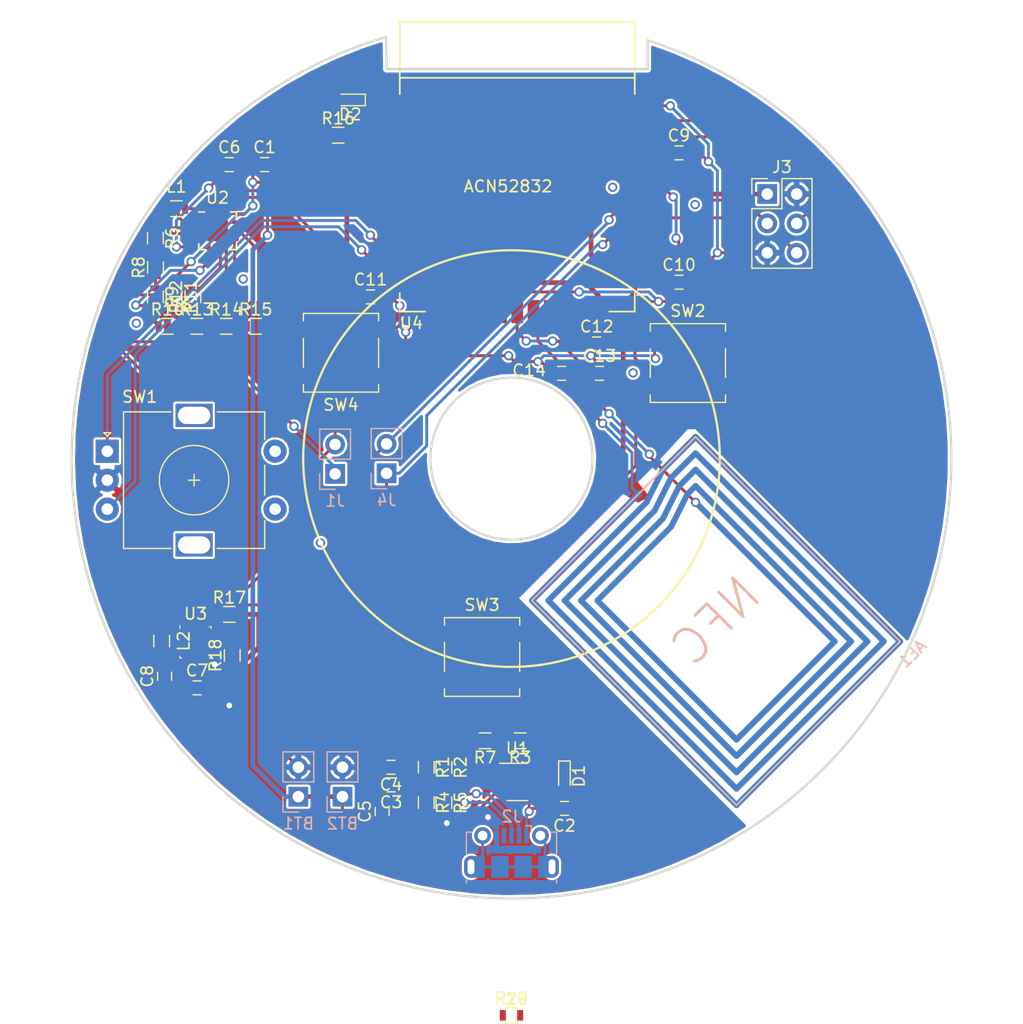
<source format=kicad_pcb>
(kicad_pcb (version 20171130) (host pcbnew "(5.0.0)")
  (layers (0 F.Cu signal) (31 B.Cu signal) (34 B.Paste user) (35 F.Paste user) (36 B.SilkS user) (37 F.SilkS user) (38 B.Mask user) (39 F.Mask user) (44 Edge.Cuts user))
  (net 0 "")
  (net 1 "Net-(AE1-Pad2)")
  (net 2 "Net-(AE1-Pad1)")
  (net 3 BATT)
  (net 4 GND)
  (net 5 VUSB)
  (net 6 STOR)
  (net 7 "Net-(C6-Pad1)")
  (net 8 "Net-(C8-Pad2)")
  (net 9 "Net-(D1-Pad1)")
  (net 10 "Net-(D2-Pad2)")
  (net 11 "Net-(J2-Pad6)")
  (net 12 "Net-(J2-Pad2)")
  (net 13 "Net-(J2-Pad4)")
  (net 14 SWO)
  (net 15 SWDCLK)
  (net 16 RESET)
  (net 17 SWDIO)
  (net 18 CLK)
  (net 19 SDA)
  (net 20 "Net-(L1-Pad2)")
  (net 21 "Net-(R3-Pad2)")
  (net 22 "Net-(R3-Pad1)")
  (net 23 "Net-(R6-Pad2)")
  (net 24 "Net-(R7-Pad2)")
  (net 25 "Net-(R10-Pad1)")
  (net 26 "Net-(R10-Pad2)")
  (net 27 "Net-(R11-Pad2)")
  (net 28 "Net-(R13-Pad2)")
  (net 29 "Net-(R14-Pad2)")
  (net 30 ROT_B)
  (net 31 ROT_A)
  (net 32 PUSH_BTN)
  (net 33 "Net-(U2-Pad11)")
  (net 34 "Net-(U2-Pad12)")
  (net 35 "Net-(U2-Pad17)")
  (net 36 "Net-(U4-Pad3)")
  (net 37 "Net-(U4-Pad2)")
  (net 38 "Net-(U4-Pad4)")
  (net 39 "Net-(U4-Pad5)")
  (net 40 "Net-(U4-Pad6)")
  (net 41 "Net-(U4-Pad7)")
  (net 42 "Net-(U4-Pad8)")
  (net 43 "Net-(U4-Pad9)")
  (net 44 "Net-(U4-Pad14)")
  (net 45 "Net-(U4-Pad15)")
  (net 46 "Net-(U4-Pad16)")
  (net 47 "Net-(U4-Pad17)")
  (net 48 "Net-(U4-Pad20)")
  (net 49 "Net-(U4-Pad21)")
  (net 50 "Net-(U4-Pad22)")
  (net 51 "Net-(U4-Pad25)")
  (net 52 "Net-(U4-Pad26)")
  (net 53 "Net-(J2-Pad3)")
  (net 54 Solar_VCC)
  (net 55 Solar_GND)
  (net 56 "Net-(R19-Pad2)")
  (net 57 "Net-(R20-Pad1)")
  (module Pin_Headers:Pin_Header_Straight_1x02_Pitch2.54mm (layer B.Cu) (at 109.22 156.26)
    (fp_text reference J1 (at 0 2.33) (layer B.SilkS) (effects (justify mirror)))
    (fp_text value Conn_02x05_Odd_Even)
    (pad 1 thru_hole rect (at 0 0) (size 1.7 1.7) (drill 1) (layers *.Cu *.Mask) (net 6 STOR))
    (pad 2 thru_hole oval (at 0 -2.54) (size 1.7 1.7) (drill 1) (layers *.Cu *.Mask) (net 17 SWDIO))
  )
  (module Pin_Headers:Pin_Header_Straight_1x02_Pitch2.54mm (layer B.Cu) (at 113.665 156.21)
    (fp_text reference J4 (at 0 2.33) (layer B.SilkS) (effects (justify mirror)))
    (fp_text value Conn_01x02)
    (pad 1 thru_hole rect (at 0 0) (size 1.7 1.7) (drill 1) (layers *.Cu *.Mask) (net 18 CLK))
    (pad 2 thru_hole oval (at 0 -2.54) (size 1.7 1.7) (drill 1) (layers *.Cu *.Mask) (net 19 SDA))
  )
  (module Capacitors_SMD:C_0603 (layer F.Cu) (at 128.79 147.574 180)
    (fp_text reference C14 (at 2.806 0.254 180) (layer F.SilkS))
    (fp_text value 300p)
    (pad 2 smd rect (at 0.75 0 180) (size 0.8 0.75) (layers F.Cu F.Paste F.Mask) (net 54 Solar_VCC))
    (pad 1 smd rect (at -0.75 0 180) (size 0.8 0.75) (layers F.Cu F.Paste F.Mask) (net 2 "Net-(AE1-Pad1)"))
  )
  (module Footprints:NFC_Antenna (layer B.Cu) (at 158.75 171.45 225)
    (fp_text reference AE1 (at 0 -0.5 225) (layer B.SilkS) (effects (justify mirror)))
    (fp_text value Antenna_Loop)
    (fp_line (start 0 26) (end 4 26) (layer B.Cu) (width 0.508))
    (fp_line (start 7 26) (end 20 26) (layer B.Cu) (width 0.508))
    (fp_line (start 20 26) (end 20 1) (layer B.Cu) (width 0.508))
    (fp_line (start 20 1) (end 0 1) (layer B.Cu) (width 0.508))
    (fp_line (start 0 1) (end 0 26) (layer B.Cu) (width 0.508))
    (fp_line (start 4 26) (end 7 25) (layer B.Cu) (width 0.508))
    (fp_line (start 4 5) (end 4 22) (layer B.Cu) (width 0.508))
    (fp_line (start 16 5) (end 4 5) (layer B.Cu) (width 0.508))
    (fp_line (start 16 22) (end 16 5) (layer B.Cu) (width 0.508))
    (fp_line (start 7 22) (end 16 22) (layer B.Cu) (width 0.508))
    (fp_line (start 4 23) (end 7 22) (layer B.Cu) (width 0.508))
    (fp_line (start 3 23) (end 4 23) (layer B.Cu) (width 0.508))
    (fp_line (start 3 4) (end 3 23) (layer B.Cu) (width 0.508))
    (fp_line (start 17 4) (end 3 4) (layer B.Cu) (width 0.508))
    (fp_line (start 17 23) (end 17 4) (layer B.Cu) (width 0.508))
    (fp_line (start 7 23) (end 17 23) (layer B.Cu) (width 0.508))
    (fp_line (start 4 24) (end 7 23) (layer B.Cu) (width 0.508))
    (fp_line (start 2 24) (end 4 24) (layer B.Cu) (width 0.508))
    (fp_line (start 2 3) (end 2 24) (layer B.Cu) (width 0.508))
    (fp_line (start 18 3) (end 2 3) (layer B.Cu) (width 0.508))
    (fp_line (start 18 24) (end 18 3) (layer B.Cu) (width 0.508))
    (fp_line (start 7 24) (end 18 24) (layer B.Cu) (width 0.508))
    (fp_line (start 4 25) (end 7 24) (layer B.Cu) (width 0.508))
    (fp_line (start 1 25) (end 4 25) (layer B.Cu) (width 0.508))
    (fp_line (start 1 2) (end 1 25) (layer B.Cu) (width 0.508))
    (fp_line (start 19 2) (end 1 2) (layer B.Cu) (width 0.508))
    (fp_line (start 19 25) (end 19 2) (layer B.Cu) (width 0.508))
    (fp_line (start 7 25) (end 19 25) (layer B.Cu) (width 0.508))
    (fp_text user NFC (at 10 13.5 225) (layer B.SilkS) (effects (font (size 3 3) (thickness 0.25)) (justify mirror)))
    (pad 1 smd circle (at 7 26 225) (size 0.6858 0.6858) (layers B.Cu B.Paste B.Mask) (net 2 "Net-(AE1-Pad1)"))
    (pad 2 smd circle (at 4 22 225) (size 0.6858 0.6858) (layers B.Cu B.Paste B.Mask) (net 1 "Net-(AE1-Pad2)"))
  )
  (module Buttons_Switches_SMD:SW_SPST_B3SL-1022P (layer F.Cu) (at 109.728 145.796 180)
    (fp_text reference SW4 (at 0 -4.5 180) (layer F.SilkS))
    (fp_text value SW_Push)
    (pad 2 smd rect (at -2.88 2 180) (size 2.75 1) (layers F.Cu F.Paste F.Mask) (net 32 PUSH_BTN))
    (pad 2 smd rect (at 2.88 2 180) (size 2.75 1) (layers F.Cu F.Paste F.Mask) (net 32 PUSH_BTN))
    (pad 1 smd rect (at 2.88 -2 180) (size 2.75 1) (layers F.Cu F.Paste F.Mask) (net 54 Solar_VCC))
    (pad 1 smd rect (at -2.88 -2 180) (size 2.75 1) (layers F.Cu F.Paste F.Mask) (net 54 Solar_VCC))
  )
  (module Buttons_Switches_SMD:SW_SPST_B3SL-1022P (layer F.Cu) (at 121.92 172.085)
    (fp_text reference SW3 (at 0 -4.5) (layer F.SilkS))
    (fp_text value SW_Push)
    (pad 1 smd rect (at -2.88 -2) (size 2.75 1) (layers F.Cu F.Paste F.Mask) (net 54 Solar_VCC))
    (pad 1 smd rect (at 2.88 -2) (size 2.75 1) (layers F.Cu F.Paste F.Mask) (net 54 Solar_VCC))
    (pad 2 smd rect (at 2.88 2) (size 2.75 1) (layers F.Cu F.Paste F.Mask) (net 32 PUSH_BTN))
    (pad 2 smd rect (at -2.88 2) (size 2.75 1) (layers F.Cu F.Paste F.Mask) (net 32 PUSH_BTN))
  )
  (module Buttons_Switches_SMD:SW_SPST_B3SL-1022P (layer F.Cu) (at 139.7 146.685)
    (fp_text reference SW2 (at 0 -4.5) (layer F.SilkS))
    (fp_text value SW_Push)
    (pad 2 smd rect (at -2.88 2) (size 2.75 1) (layers F.Cu F.Paste F.Mask) (net 32 PUSH_BTN))
    (pad 2 smd rect (at 2.88 2) (size 2.75 1) (layers F.Cu F.Paste F.Mask) (net 32 PUSH_BTN))
    (pad 1 smd rect (at 2.88 -2) (size 2.75 1) (layers F.Cu F.Paste F.Mask) (net 54 Solar_VCC))
    (pad 1 smd rect (at -2.88 -2) (size 2.75 1) (layers F.Cu F.Paste F.Mask) (net 54 Solar_VCC))
  )
  (module Pin_Headers:Pin_Header_Straight_1x02_Pitch2.54mm (layer B.Cu) (at 106.045 184.15)
    (fp_text reference BT1 (at 0 2.33) (layer B.SilkS) (effects (justify mirror)))
    (fp_text value Battery_Cell)
    (pad 1 thru_hole rect (at 0 0) (size 1.7 1.7) (drill 1) (layers *.Cu *.Mask) (net 3 BATT))
    (pad 2 thru_hole oval (at 0 -2.54) (size 1.7 1.7) (drill 1) (layers *.Cu *.Mask) (net 54 Solar_VCC))
  )
  (module Pin_Headers:Pin_Header_Straight_1x02_Pitch2.54mm (layer B.Cu) (at 109.855 184.15)
    (fp_text reference BT2 (at 0 2.33) (layer B.SilkS) (effects (justify mirror)))
    (fp_text value Battery_Cell)
    (pad 1 thru_hole rect (at 0 0) (size 1.7 1.7) (drill 1) (layers *.Cu *.Mask) (net 3 BATT))
    (pad 2 thru_hole oval (at 0 -2.54) (size 1.7 1.7) (drill 1) (layers *.Cu *.Mask) (net 54 Solar_VCC))
  )
  (module Capacitors_SMD:C_0603 (layer F.Cu) (at 103.124 129.54)
    (fp_text reference C1 (at 0 -1.5) (layer F.SilkS))
    (fp_text value 4,7µ)
    (pad 2 smd rect (at 0.75 0) (size 0.8 0.75) (layers F.Cu F.Paste F.Mask) (net 55 Solar_GND))
    (pad 1 smd rect (at -0.75 0) (size 0.8 0.75) (layers F.Cu F.Paste F.Mask) (net 54 Solar_VCC))
  )
  (module Capacitors_SMD:C_0603 (layer F.Cu) (at 129.032 185.166 180)
    (fp_text reference C2 (at 0 -1.5 180) (layer F.SilkS))
    (fp_text value 4.7µ)
    (pad 2 smd rect (at 0.75 0 180) (size 0.8 0.75) (layers F.Cu F.Paste F.Mask) (net 5 VUSB))
    (pad 1 smd rect (at -0.75 0 180) (size 0.8 0.75) (layers F.Cu F.Paste F.Mask) (net 54 Solar_VCC))
  )
  (module Capacitors_SMD:C_0603 (layer F.Cu) (at 114.058 183.134 180)
    (fp_text reference C3 (at 0 -1.5 180) (layer F.SilkS))
    (fp_text value 4,7µ)
    (pad 2 smd rect (at 0.75 0 180) (size 0.8 0.75) (layers F.Cu F.Paste F.Mask) (net 54 Solar_VCC))
    (pad 1 smd rect (at -0.75 0 180) (size 0.8 0.75) (layers F.Cu F.Paste F.Mask) (net 6 STOR))
  )
  (module Capacitors_SMD:C_0603 (layer F.Cu) (at 114.046 181.61 180)
    (fp_text reference C4 (at 0 -1.5 180) (layer F.SilkS))
    (fp_text value 0,1µ)
    (pad 2 smd rect (at 0.75 0 180) (size 0.8 0.75) (layers F.Cu F.Paste F.Mask) (net 54 Solar_VCC))
    (pad 1 smd rect (at -0.75 0 180) (size 0.8 0.75) (layers F.Cu F.Paste F.Mask) (net 6 STOR))
  )
  (module Capacitors_SMD:C_0603 (layer F.Cu) (at 113.284 185.432 90)
    (fp_text reference C5 (at 0 -1.5 90) (layer F.SilkS))
    (fp_text value 4.7µ)
    (pad 2 smd rect (at 0.75 0 90) (size 0.8 0.75) (layers F.Cu F.Paste F.Mask) (net 54 Solar_VCC))
    (pad 1 smd rect (at -0.75 0 90) (size 0.8 0.75) (layers F.Cu F.Paste F.Mask) (net 3 BATT))
  )
  (module Capacitors_SMD:C_0603 (layer F.Cu) (at 100.076 129.54)
    (fp_text reference C6 (at 0 -1.5) (layer F.SilkS))
    (fp_text value 0,01µ)
    (pad 2 smd rect (at 0.75 0) (size 0.8 0.75) (layers F.Cu F.Paste F.Mask) (net 54 Solar_VCC))
    (pad 1 smd rect (at -0.75 0) (size 0.8 0.75) (layers F.Cu F.Paste F.Mask) (net 7 "Net-(C6-Pad1)"))
  )
  (module Capacitors_SMD:C_0603 (layer F.Cu) (at 97.294 174.752)
    (fp_text reference C7 (at 0 -1.5) (layer F.SilkS))
    (fp_text value 100n)
    (pad 2 smd rect (at 0.75 0) (size 0.8 0.75) (layers F.Cu F.Paste F.Mask) (net 6 STOR))
    (pad 1 smd rect (at -0.75 0) (size 0.8 0.75) (layers F.Cu F.Paste F.Mask) (net 54 Solar_VCC))
  )
  (module Capacitors_SMD:C_0603 (layer F.Cu) (at 94.488 173.748 90)
    (fp_text reference C8 (at 0 -1.5 90) (layer F.SilkS))
    (fp_text value 100n)
    (pad 2 smd rect (at 0.75 0 90) (size 0.8 0.75) (layers F.Cu F.Paste F.Mask) (net 8 "Net-(C8-Pad2)"))
    (pad 1 smd rect (at -0.75 0 90) (size 0.8 0.75) (layers F.Cu F.Paste F.Mask) (net 54 Solar_VCC))
  )
  (module Capacitors_SMD:C_0603 (layer F.Cu) (at 138.926 128.524)
    (fp_text reference C9 (at 0 -1.5) (layer F.SilkS))
    (fp_text value 100n)
    (pad 2 smd rect (at 0.75 0) (size 0.8 0.75) (layers F.Cu F.Paste F.Mask) (net 54 Solar_VCC))
    (pad 1 smd rect (at -0.75 0) (size 0.8 0.75) (layers F.Cu F.Paste F.Mask) (net 6 STOR))
  )
  (module Capacitors_SMD:C_0603 (layer F.Cu) (at 138.938 139.7)
    (fp_text reference C10 (at 0 -1.5) (layer F.SilkS))
    (fp_text value 100n)
    (pad 2 smd rect (at 0.75 0) (size 0.8 0.75) (layers F.Cu F.Paste F.Mask) (net 54 Solar_VCC))
    (pad 1 smd rect (at -0.75 0) (size 0.8 0.75) (layers F.Cu F.Paste F.Mask) (net 6 STOR))
  )
  (module Capacitors_SMD:C_0603 (layer F.Cu) (at 112.28 140.97)
    (fp_text reference C11 (at 0 -1.5) (layer F.SilkS))
    (fp_text value 100n)
    (pad 2 smd rect (at 0.75 0) (size 0.8 0.75) (layers F.Cu F.Paste F.Mask) (net 54 Solar_VCC))
    (pad 1 smd rect (at -0.75 0) (size 0.8 0.75) (layers F.Cu F.Paste F.Mask) (net 6 STOR))
  )
  (module Capacitors_SMD:C_0603 (layer F.Cu) (at 131.826 145.034)
    (fp_text reference C12 (at 0 -1.5) (layer F.SilkS))
    (fp_text value 100n)
    (pad 2 smd rect (at 0.75 0) (size 0.8 0.75) (layers F.Cu F.Paste F.Mask) (net 54 Solar_VCC))
    (pad 1 smd rect (at -0.75 0) (size 0.8 0.75) (layers F.Cu F.Paste F.Mask) (net 6 STOR))
  )
  (module Capacitors_SMD:C_0603 (layer F.Cu) (at 132.068 147.574)
    (fp_text reference C13 (at 0 -1.5) (layer F.SilkS))
    (fp_text value 300p)
    (pad 2 smd rect (at 0.75 0) (size 0.8 0.75) (layers F.Cu F.Paste F.Mask) (net 54 Solar_VCC))
    (pad 1 smd rect (at -0.75 0) (size 0.8 0.75) (layers F.Cu F.Paste F.Mask) (net 1 "Net-(AE1-Pad2)"))
  )
  (module LEDs:LED_0603 (layer F.Cu) (at 129.032 182.372 270)
    (fp_text reference D1 (at 0 -1.25 270) (layer F.SilkS))
    (fp_text value LED)
    (pad 2 smd rect (at 0.8 0 90) (size 0.8 0.8) (layers F.Cu F.Paste F.Mask) (net 5 VUSB))
    (pad 1 smd rect (at -0.8 0 90) (size 0.8 0.8) (layers F.Cu F.Paste F.Mask) (net 9 "Net-(D1-Pad1)"))
  )
  (module LEDs:LED_0603 (layer F.Cu) (at 110.528 123.952 180)
    (fp_text reference D2 (at 0 -1.25 180) (layer F.SilkS))
    (fp_text value LED)
    (pad 2 smd rect (at 0.8 0) (size 0.8 0.8) (layers F.Cu F.Paste F.Mask) (net 10 "Net-(D2-Pad2)"))
    (pad 1 smd rect (at -0.8 0) (size 0.8 0.8) (layers F.Cu F.Paste F.Mask) (net 54 Solar_VCC))
  )
  (module Connectors_USB:USB_Micro-B_Molex-105017-0001 (layer B.Cu) (at 124.46 189.865 180)
    (fp_text reference J2 (at 0 4 180) (layer B.SilkS) (effects (justify mirror)))
    (fp_text value USB_OTG)
    (pad 6 smd rect (at 1 -0.35 180) (size 1.5 1.9) (layers B.Cu B.Paste B.Mask) (net 11 "Net-(J2-Pad6)"))
    (pad 6 thru_hole circle (at -2.5 2.35 180) (size 1.45 1.45) (drill 0.85) (layers *.Cu *.Mask) (net 11 "Net-(J2-Pad6)"))
    (pad 2 smd rect (at -0.65 2.35 180) (size 0.4 1.35) (layers B.Cu B.Paste B.Mask) (net 12 "Net-(J2-Pad2)"))
    (pad 1 smd rect (at -1.3 2.35 180) (size 0.4 1.35) (layers B.Cu B.Paste B.Mask) (net 5 VUSB))
    (pad 5 smd rect (at 1.3 2.35 180) (size 0.4 1.35) (layers B.Cu B.Paste B.Mask) (net 54 Solar_VCC))
    (pad 4 smd rect (at 0.65 2.35 180) (size 0.4 1.35) (layers B.Cu B.Paste B.Mask) (net 13 "Net-(J2-Pad4)"))
    (pad 3 smd rect (at 0 2.35 180) (size 0.4 1.35) (layers B.Cu B.Paste B.Mask) (net 53 "Net-(J2-Pad3)"))
    (pad 6 thru_hole circle (at 2.5 2.35 180) (size 1.45 1.45) (drill 0.85) (layers *.Cu *.Mask) (net 11 "Net-(J2-Pad6)"))
    (pad 6 smd rect (at -1 -0.35 180) (size 1.5 1.9) (layers B.Cu B.Paste B.Mask) (net 11 "Net-(J2-Pad6)"))
    (pad 6 thru_hole oval (at -3.5 -0.35) (size 1.2 1.9) (drill oval 0.6 1.3) (layers *.Cu *.Mask) (net 11 "Net-(J2-Pad6)"))
    (pad 6 thru_hole oval (at 3.5 -0.35 180) (size 1.2 1.9) (drill oval 0.6 1.3) (layers *.Cu *.Mask) (net 11 "Net-(J2-Pad6)"))
    (pad 6 smd rect (at 2.9 -0.35 180) (size 1.2 1.9) (layers B.Cu B.Mask) (net 11 "Net-(J2-Pad6)"))
    (pad 6 smd rect (at -2.9 -0.35 180) (size 1.2 1.9) (layers B.Cu B.Mask) (net 11 "Net-(J2-Pad6)"))
  )
  (module Pin_Headers:Pin_Header_Straight_2x03_Pitch2.54mm (layer F.Cu) (at 146.558 132.08)
    (fp_text reference J3 (at 1.27 -2.33) (layer F.SilkS))
    (fp_text value Conn_02x03_Odd_Even)
    (pad 1 thru_hole rect (at 0 0) (size 1.7 1.7) (drill 1) (layers *.Cu *.Mask) (net 18 CLK))
    (pad 2 thru_hole oval (at 2.54 0) (size 1.7 1.7) (drill 1) (layers *.Cu *.Mask) (net 54 Solar_VCC))
    (pad 3 thru_hole oval (at 0 2.54) (size 1.7 1.7) (drill 1) (layers *.Cu *.Mask) (net 19 SDA))
    (pad 4 thru_hole oval (at 2.54 2.54) (size 1.7 1.7) (drill 1) (layers *.Cu *.Mask) (net 55 Solar_GND))
    (pad 5 thru_hole oval (at 0 5.08) (size 1.7 1.7) (drill 1) (layers *.Cu *.Mask) (net 54 Solar_VCC))
    (pad 6 thru_hole oval (at 2.54 5.08) (size 1.7 1.7) (drill 1) (layers *.Cu *.Mask) (net 6 STOR))
  )
  (module Inductors_SMD:L_0603 (layer F.Cu) (at 95.504 133.35)
    (fp_text reference L1 (at 0 -1.9) (layer F.SilkS))
    (fp_text value 22µ)
    (pad 1 smd rect (at -0.75 0) (size 0.5 0.9) (layers F.Cu F.Paste F.Mask) (net 55 Solar_GND))
    (pad 2 smd rect (at 0.75 0) (size 0.5 0.9) (layers F.Cu F.Paste F.Mask) (net 20 "Net-(L1-Pad2)"))
  )
  (module Inductors_SMD:L_0603 (layer F.Cu) (at 94.234 170.7 270)
    (fp_text reference L2 (at 0 -1.9 270) (layer F.SilkS))
    (fp_text value L_Small)
    (pad 1 smd rect (at -0.75 0 270) (size 0.5 0.9) (layers F.Cu F.Paste F.Mask) (net 6 STOR))
    (pad 2 smd rect (at 0.75 0 270) (size 0.5 0.9) (layers F.Cu F.Paste F.Mask) (net 8 "Net-(C8-Pad2)"))
  )
  (module Resistors_SMD:R_0603 (layer F.Cu) (at 117.094 181.61 270)
    (fp_text reference R1 (at 0 -1.45 270) (layer F.SilkS))
    (fp_text value 75k)
    (pad 1 smd rect (at -0.75 0 270) (size 0.5 0.9) (layers F.Cu F.Paste F.Mask) (net 6 STOR))
    (pad 2 smd rect (at 0.75 0 270) (size 0.5 0.9) (layers F.Cu F.Paste F.Mask) (net 53 "Net-(J2-Pad3)"))
  )
  (module Resistors_SMD:R_0603 (layer F.Cu) (at 118.618 181.622 270)
    (fp_text reference R2 (at 0 -1.45 270) (layer F.SilkS))
    (fp_text value 75k)
    (pad 1 smd rect (at -0.75 0 270) (size 0.5 0.9) (layers F.Cu F.Paste F.Mask) (net 6 STOR))
    (pad 2 smd rect (at 0.75 0 270) (size 0.5 0.9) (layers F.Cu F.Paste F.Mask) (net 12 "Net-(J2-Pad2)"))
  )
  (module Resistors_SMD:R_0603 (layer F.Cu) (at 125.21 179.324 180)
    (fp_text reference R3 (at 0 -1.45 180) (layer F.SilkS))
    (fp_text value 2k)
    (pad 1 smd rect (at -0.75 0 180) (size 0.5 0.9) (layers F.Cu F.Paste F.Mask) (net 22 "Net-(R3-Pad1)"))
    (pad 2 smd rect (at 0.75 0 180) (size 0.5 0.9) (layers F.Cu F.Paste F.Mask) (net 21 "Net-(R3-Pad2)"))
  )
  (module Resistors_SMD:R_0603 (layer F.Cu) (at 117.094 184.658 270)
    (fp_text reference R4 (at 0 -1.45 270) (layer F.SilkS))
    (fp_text value 50k)
    (pad 1 smd rect (at -0.75 0 270) (size 0.5 0.9) (layers F.Cu F.Paste F.Mask) (net 53 "Net-(J2-Pad3)"))
    (pad 2 smd rect (at 0.75 0 270) (size 0.5 0.9) (layers F.Cu F.Paste F.Mask) (net 54 Solar_VCC))
  )
  (module Resistors_SMD:R_0603 (layer F.Cu) (at 118.618 184.67 270)
    (fp_text reference R5 (at 0 -1.45 270) (layer F.SilkS))
    (fp_text value 50k)
    (pad 1 smd rect (at -0.75 0 270) (size 0.5 0.9) (layers F.Cu F.Paste F.Mask) (net 12 "Net-(J2-Pad2)"))
    (pad 2 smd rect (at 0.75 0 270) (size 0.5 0.9) (layers F.Cu F.Paste F.Mask) (net 54 Solar_VCC))
  )
  (module Resistors_SMD:R_0603 (layer F.Cu) (at 93.69 135.89 270)
    (fp_text reference R6 (at 0 -1.45 270) (layer F.SilkS))
    (fp_text value 4,42M)
    (pad 1 smd rect (at -0.75 0 270) (size 0.5 0.9) (layers F.Cu F.Paste F.Mask) (net 55 Solar_GND))
    (pad 2 smd rect (at 0.75 0 270) (size 0.5 0.9) (layers F.Cu F.Paste F.Mask) (net 23 "Net-(R6-Pad2)"))
  )
  (module Resistors_SMD:R_0603 (layer F.Cu) (at 122.174 179.324 180)
    (fp_text reference R7 (at 0 -1.45 180) (layer F.SilkS))
    (fp_text value 470R)
    (pad 1 smd rect (at -0.75 0 180) (size 0.5 0.9) (layers F.Cu F.Paste F.Mask) (net 9 "Net-(D1-Pad1)"))
    (pad 2 smd rect (at 0.75 0 180) (size 0.5 0.9) (layers F.Cu F.Paste F.Mask) (net 24 "Net-(R7-Pad2)"))
  )
  (module Resistors_SMD:R_0603 (layer F.Cu) (at 93.7 138.43 90)
    (fp_text reference R8 (at 0 -1.45 90) (layer F.SilkS))
    (fp_text value 15M)
    (pad 1 smd rect (at -0.75 0 90) (size 0.5 0.9) (layers F.Cu F.Paste F.Mask) (net 56 "Net-(R19-Pad2)"))
    (pad 2 smd rect (at 0.75 0 90) (size 0.5 0.9) (layers F.Cu F.Paste F.Mask) (net 23 "Net-(R6-Pad2)"))
  )
  (module Resistors_SMD:R_0603 (layer F.Cu) (at 93.69 140.97 270)
    (fp_text reference R9 (at 0 -1.45 270) (layer F.SilkS))
    (fp_text value 5,6M)
    (pad 1 smd rect (at -0.75 0 270) (size 0.5 0.9) (layers F.Cu F.Paste F.Mask) (net 57 "Net-(R20-Pad1)"))
    (pad 2 smd rect (at 0.75 0 270) (size 0.5 0.9) (layers F.Cu F.Paste F.Mask) (net 25 "Net-(R10-Pad1)"))
  )
  (module Resistors_SMD:R_0603 (layer F.Cu) (at 94.73 143.51)
    (fp_text reference R10 (at 0 -1.45) (layer F.SilkS))
    (fp_text value 4.02M)
    (pad 1 smd rect (at -0.75 0) (size 0.5 0.9) (layers F.Cu F.Paste F.Mask) (net 25 "Net-(R10-Pad1)"))
    (pad 2 smd rect (at 0.75 0) (size 0.5 0.9) (layers F.Cu F.Paste F.Mask) (net 26 "Net-(R10-Pad2)"))
  )
  (module Resistors_SMD:R_0603 (layer F.Cu) (at 95.31 140.97 270)
    (fp_text reference R11 (at 0 -1.45 270) (layer F.SilkS))
    (fp_text value 5,6M)
    (pad 1 smd rect (at -0.75 0 270) (size 0.5 0.9) (layers F.Cu F.Paste F.Mask) (net 54 Solar_VCC))
    (pad 2 smd rect (at 0.75 0 270) (size 0.5 0.9) (layers F.Cu F.Paste F.Mask) (net 27 "Net-(R11-Pad2)"))
  )
  (module Resistors_SMD:R_0603 (layer F.Cu) (at 96.93 140.97 90)
    (fp_text reference R12 (at 0 -1.45 90) (layer F.SilkS))
    (fp_text value 4,42M)
    (pad 1 smd rect (at -0.75 0 90) (size 0.5 0.9) (layers F.Cu F.Paste F.Mask) (net 27 "Net-(R11-Pad2)"))
    (pad 2 smd rect (at 0.75 0 90) (size 0.5 0.9) (layers F.Cu F.Paste F.Mask) (net 26 "Net-(R10-Pad2)"))
  )
  (module Resistors_SMD:R_0603 (layer F.Cu) (at 97.27 143.51)
    (fp_text reference R13 (at 0 -1.45) (layer F.SilkS))
    (fp_text value 1,43M)
    (pad 1 smd rect (at -0.75 0) (size 0.5 0.9) (layers F.Cu F.Paste F.Mask) (net 26 "Net-(R10-Pad2)"))
    (pad 2 smd rect (at 0.75 0) (size 0.5 0.9) (layers F.Cu F.Paste F.Mask) (net 28 "Net-(R13-Pad2)"))
  )
  (module Resistors_SMD:R_0603 (layer F.Cu) (at 99.81 143.51)
    (fp_text reference R14 (at 0 -1.45) (layer F.SilkS))
    (fp_text value 4,22M)
    (pad 1 smd rect (at -0.75 0) (size 0.5 0.9) (layers F.Cu F.Paste F.Mask) (net 28 "Net-(R13-Pad2)"))
    (pad 2 smd rect (at 0.75 0) (size 0.5 0.9) (layers F.Cu F.Paste F.Mask) (net 29 "Net-(R14-Pad2)"))
  )
  (module Resistors_SMD:R_0603 (layer F.Cu) (at 102.35 143.51)
    (fp_text reference R15 (at 0 -1.45) (layer F.SilkS))
    (fp_text value 4,42M)
    (pad 1 smd rect (at -0.75 0) (size 0.5 0.9) (layers F.Cu F.Paste F.Mask) (net 29 "Net-(R14-Pad2)"))
    (pad 2 smd rect (at 0.75 0) (size 0.5 0.9) (layers F.Cu F.Paste F.Mask) (net 54 Solar_VCC))
  )
  (module Resistors_SMD:R_0603 (layer F.Cu) (at 109.486 127)
    (fp_text reference R16 (at 0 -1.45) (layer F.SilkS))
    (fp_text value 180r)
    (pad 1 smd rect (at -0.75 0) (size 0.5 0.9) (layers F.Cu F.Paste F.Mask) (net 10 "Net-(D2-Pad2)"))
    (pad 2 smd rect (at 0.75 0) (size 0.5 0.9) (layers F.Cu F.Paste F.Mask) (net 6 STOR))
  )
  (module Resistors_SMD:R_0603 (layer F.Cu) (at 100.088 168.402)
    (fp_text reference R17 (at 0 -1.45) (layer F.SilkS))
    (fp_text value 10k)
    (pad 1 smd rect (at -0.75 0) (size 0.5 0.9) (layers F.Cu F.Paste F.Mask) (net 18 CLK))
    (pad 2 smd rect (at 0.75 0) (size 0.5 0.9) (layers F.Cu F.Paste F.Mask) (net 6 STOR))
  )
  (module Resistors_SMD:R_0603 (layer F.Cu) (at 100.33 171.946 90)
    (fp_text reference R18 (at 0 -1.45 90) (layer F.SilkS))
    (fp_text value 10k)
    (pad 1 smd rect (at -0.75 0 90) (size 0.5 0.9) (layers F.Cu F.Paste F.Mask) (net 6 STOR))
    (pad 2 smd rect (at 0.75 0 90) (size 0.5 0.9) (layers F.Cu F.Paste F.Mask) (net 19 SDA))
  )
  (module rotary:RotaryEncoder_Alps_EC11E-Switch_Vertical_H20mm (layer F.Cu) (at 89.535 154.305)
    (fp_text reference SW1 (at 2.8 -4.7) (layer F.SilkS))
    (fp_text value Rotary_Encoder)
    (pad A thru_hole rect (at 0 0) (size 2 2) (drill 1) (layers *.Cu *.Mask) (net 31 ROT_A))
    (pad C thru_hole circle (at 0 2.5) (size 2 2) (drill 1) (layers *.Cu *.Mask) (net 54 Solar_VCC))
    (pad B thru_hole circle (at 0 5) (size 2 2) (drill 1) (layers *.Cu *.Mask) (net 30 ROT_B))
    (pad MP thru_hole rect (at 7.5 -3.1) (size 3.2 2) (drill oval 2.8 1.5) (layers *.Cu *.Mask))
    (pad MP thru_hole rect (at 7.5 8.1) (size 3.2 2) (drill oval 2.8 1.5) (layers *.Cu *.Mask))
    (pad S2 thru_hole circle (at 14.5 0) (size 2 2) (drill 1) (layers *.Cu *.Mask))
    (pad S1 thru_hole circle (at 14.5 5) (size 2 2) (drill 1) (layers *.Cu *.Mask))
  )
  (module TO_SOT_Packages_SMD:SOT-23-5 (layer F.Cu) (at 124.968 182.88)
    (fp_text reference U1 (at 0 -2.9) (layer F.SilkS))
    (fp_text value MCP73831-2-OT)
    (pad 1 smd rect (at -1.1 -0.95) (size 1.06 0.65) (layers F.Cu F.Paste F.Mask) (net 24 "Net-(R7-Pad2)"))
    (pad 2 smd rect (at -1.1 0) (size 1.06 0.65) (layers F.Cu F.Paste F.Mask) (net 21 "Net-(R3-Pad2)"))
    (pad 3 smd rect (at -1.1 0.95) (size 1.06 0.65) (layers F.Cu F.Paste F.Mask) (net 3 BATT))
    (pad 4 smd rect (at 1.1 0.95) (size 1.06 0.65) (layers F.Cu F.Paste F.Mask) (net 5 VUSB))
    (pad 5 smd rect (at 1.1 -0.95) (size 1.06 0.65) (layers F.Cu F.Paste F.Mask) (net 22 "Net-(R3-Pad1)"))
  )
  (module Package_DFN_QFN:QFN-16-1EP_3x3mm_P0.5mm_EP1.8x1.8mm (layer F.Cu) (at 99.06 135.255)
    (fp_text reference U2 (at 0 -2.85) (layer F.SilkS))
    (fp_text value BQ25504)
    (pad 17 smd rect (at 0 0) (size 1.8 1.8) (layers F.Cu F.Mask) (net 35 "Net-(U2-Pad17)"))
    (pad 16 smd oval (at -0.75 -1.475 90) (size 0.75 0.3) (layers F.Cu F.Paste F.Mask) (net 20 "Net-(L1-Pad2)"))
    (pad 15 smd oval (at -0.25 -1.475 90) (size 0.75 0.3) (layers F.Cu F.Paste F.Mask) (net 6 STOR))
    (pad 14 smd oval (at 0.25 -1.475 90) (size 0.75 0.3) (layers F.Cu F.Paste F.Mask) (net 3 BATT))
    (pad 13 smd oval (at 0.75 -1.475 90) (size 0.75 0.3) (layers F.Cu F.Paste F.Mask) (net 54 Solar_VCC))
    (pad 12 smd oval (at 1.475 -0.75) (size 0.75 0.3) (layers F.Cu F.Paste F.Mask) (net 34 "Net-(U2-Pad12)"))
    (pad 11 smd oval (at 1.475 -0.25) (size 0.75 0.3) (layers F.Cu F.Paste F.Mask) (net 33 "Net-(U2-Pad11)"))
    (pad 10 smd oval (at 1.475 0.25) (size 0.75 0.3) (layers F.Cu F.Paste F.Mask) (net 29 "Net-(R14-Pad2)"))
    (pad 9 smd oval (at 1.475 0.75) (size 0.75 0.3) (layers F.Cu F.Paste F.Mask) (net 28 "Net-(R13-Pad2)"))
    (pad 8 smd oval (at 0.75 1.475 90) (size 0.75 0.3) (layers F.Cu F.Paste F.Mask) (net 27 "Net-(R11-Pad2)"))
    (pad 7 smd oval (at 0.25 1.475 90) (size 0.75 0.3) (layers F.Cu F.Paste F.Mask) (net 26 "Net-(R10-Pad2)"))
    (pad 6 smd oval (at -0.25 1.475 90) (size 0.75 0.3) (layers F.Cu F.Paste F.Mask) (net 25 "Net-(R10-Pad1)"))
    (pad 5 smd oval (at -0.75 1.475 90) (size 0.75 0.3) (layers F.Cu F.Paste F.Mask) (net 54 Solar_VCC))
    (pad 4 smd oval (at -1.475 0.75) (size 0.75 0.3) (layers F.Cu F.Paste F.Mask) (net 7 "Net-(C6-Pad1)"))
    (pad 3 smd oval (at -1.475 0.25) (size 0.75 0.3) (layers F.Cu F.Paste F.Mask) (net 23 "Net-(R6-Pad2)"))
    (pad 2 smd oval (at -1.475 -0.25) (size 0.75 0.3) (layers F.Cu F.Paste F.Mask) (net 55 Solar_GND))
    (pad 1 smd oval (at -1.475 -0.75) (size 0.75 0.3) (layers F.Cu F.Paste F.Mask) (net 54 Solar_VCC))
  )
  (module Package_LGA:Bosch_LGA-8_2.5x2.5mm_P0.65mm_ClockwisePinNumbering (layer F.Cu) (at 97.155 170.815)
    (fp_text reference U3 (at 0.015 -2.465) (layer F.SilkS))
    (fp_text value BME280)
    (pad 5 smd rect (at 0.975 1.025 90) (size 0.5 0.35) (layers F.Cu F.Paste F.Mask) (net 54 Solar_VCC))
    (pad 6 smd rect (at 0.325 1.025 90) (size 0.5 0.35) (layers F.Cu F.Paste F.Mask) (net 6 STOR))
    (pad 7 smd rect (at -0.325 1.025 90) (size 0.5 0.35) (layers F.Cu F.Paste F.Mask) (net 54 Solar_VCC))
    (pad 8 smd rect (at -0.975 1.025 90) (size 0.5 0.35) (layers F.Cu F.Paste F.Mask) (net 8 "Net-(C8-Pad2)"))
    (pad 1 smd rect (at -0.975 -1.025 90) (size 0.5 0.35) (layers F.Cu F.Paste F.Mask) (net 54 Solar_VCC))
    (pad 2 smd rect (at -0.325 -1.025 90) (size 0.5 0.35) (layers F.Cu F.Paste F.Mask) (net 6 STOR))
    (pad 3 smd rect (at 0.325 -1.025 90) (size 0.5 0.35) (layers F.Cu F.Paste F.Mask) (net 19 SDA))
    (pad 4 smd rect (at 0.975 -1.025 90) (size 0.5 0.35) (layers F.Cu F.Paste F.Mask) (net 18 CLK))
  )
  (module Footprints:ACN52832 (layer F.Cu) (at 114.808 142.24)
    (fp_text reference U4 (at 1 1 180) (layer F.SilkS))
    (fp_text value ACN52832 (at 9.36 -10.82) (layer F.SilkS))
    (pad 35 smd rect (at 20.3 -17.9) (size 2 1) (layers F.Cu F.Paste F.Mask) (net 54 Solar_VCC))
    (pad 34 smd rect (at 20.3 -16.5) (size 2 1) (layers F.Cu F.Paste F.Mask) (net 15 SWDCLK))
    (pad 33 smd rect (at 20.3 -15.1) (size 2 1) (layers F.Cu F.Paste F.Mask) (net 17 SWDIO))
    (pad 32 smd rect (at 20.3 -13.7) (size 2 1) (layers F.Cu F.Paste F.Mask) (net 6 STOR))
    (pad 31 smd rect (at 20.3 -12.3) (size 2 1) (layers F.Cu F.Paste F.Mask) (net 16 RESET))
    (pad 30 smd rect (at 20.3 -10.9) (size 2 1) (layers F.Cu F.Paste F.Mask) (net 32 PUSH_BTN))
    (pad 29 smd rect (at 20.3 -9.5) (size 2 1) (layers F.Cu F.Paste F.Mask) (net 19 SDA))
    (pad 28 smd rect (at 20.3 -8.1) (size 2 1) (layers F.Cu F.Paste F.Mask) (net 14 SWO))
    (pad 27 smd rect (at 20.3 -6.7) (size 2 1) (layers F.Cu F.Paste F.Mask) (net 18 CLK))
    (pad 26 smd rect (at 20.3 -5.3) (size 2 1) (layers F.Cu F.Paste F.Mask) (net 52 "Net-(U4-Pad26)"))
    (pad 25 smd rect (at 20.3 -3.9) (size 2 1) (layers F.Cu F.Paste F.Mask) (net 51 "Net-(U4-Pad25)"))
    (pad 24 smd rect (at 20.3 -2.5) (size 2 1) (layers F.Cu F.Paste F.Mask) (net 6 STOR))
    (pad 23 smd rect (at 17.15 0) (size 1 2) (layers F.Cu F.Paste F.Mask) (net 6 STOR))
    (pad 22 smd rect (at 15.75 0) (size 1 2) (layers F.Cu F.Paste F.Mask) (net 50 "Net-(U4-Pad22)"))
    (pad 21 smd rect (at 14.35 0) (size 1 2) (layers F.Cu F.Paste F.Mask) (net 49 "Net-(U4-Pad21)"))
    (pad 20 smd rect (at 12.95 0) (size 1 2) (layers F.Cu F.Paste F.Mask) (net 48 "Net-(U4-Pad20)"))
    (pad 19 smd rect (at 11.55 0) (size 1 2) (layers F.Cu F.Paste F.Mask) (net 2 "Net-(AE1-Pad1)"))
    (pad 18 smd rect (at 10.15 0) (size 1 2) (layers F.Cu F.Paste F.Mask) (net 1 "Net-(AE1-Pad2)"))
    (pad 17 smd rect (at 8.75 0) (size 1 2) (layers F.Cu F.Paste F.Mask) (net 47 "Net-(U4-Pad17)"))
    (pad 16 smd rect (at 7.35 0) (size 1 2) (layers F.Cu F.Paste F.Mask) (net 46 "Net-(U4-Pad16)"))
    (pad 15 smd rect (at 5.95 0) (size 1 2) (layers F.Cu F.Paste F.Mask) (net 45 "Net-(U4-Pad15)"))
    (pad 14 smd rect (at 4.55 0) (size 1 2) (layers F.Cu F.Paste F.Mask) (net 44 "Net-(U4-Pad14)"))
    (pad 13 smd rect (at 3.15 0) (size 1 2) (layers F.Cu F.Paste F.Mask) (net 54 Solar_VCC))
    (pad 12 smd rect (at 0 -2.5) (size 2 1) (layers F.Cu F.Paste F.Mask) (net 6 STOR))
    (pad 11 smd rect (at 0 -3.9) (size 2 1) (layers F.Cu F.Paste F.Mask) (net 30 ROT_B))
    (pad 10 smd rect (at 0 -5.3) (size 2 1) (layers F.Cu F.Paste F.Mask) (net 31 ROT_A))
    (pad 9 smd rect (at 0 -6.7) (size 2 1) (layers F.Cu F.Paste F.Mask) (net 43 "Net-(U4-Pad9)"))
    (pad 8 smd rect (at 0 -8.1) (size 2 1) (layers F.Cu F.Paste F.Mask) (net 42 "Net-(U4-Pad8)"))
    (pad 7 smd rect (at 0 -9.5) (size 2 1) (layers F.Cu F.Paste F.Mask) (net 41 "Net-(U4-Pad7)"))
    (pad 6 smd rect (at 0 -10.9) (size 2 1) (layers F.Cu F.Paste F.Mask) (net 40 "Net-(U4-Pad6)"))
    (pad 5 smd rect (at 0 -12.3) (size 2 1) (layers F.Cu F.Paste F.Mask) (net 39 "Net-(U4-Pad5)"))
    (pad 4 smd rect (at 0 -13.7) (size 2 1) (layers F.Cu F.Paste F.Mask) (net 38 "Net-(U4-Pad4)"))
    (pad 2 smd rect (at 0 -16.5) (size 2 1) (layers F.Cu F.Paste F.Mask) (net 37 "Net-(U4-Pad2)"))
    (pad 3 smd rect (at 0 -15.1) (size 2 1) (layers F.Cu F.Paste F.Mask) (net 36 "Net-(U4-Pad3)"))
    (pad 1 smd rect (at 0 -17.9) (size 2 1) (layers F.Cu F.Paste F.Mask) (net 54 Solar_VCC))
  )
  (module Resistors_SMD:R_0603 (layer F.Cu) (at 124.46 203.048558)
    (fp_text reference R19 (at 0 -1.45) (layer F.SilkS))
    (fp_text value 604k)
    (pad 2 smd rect (at 0.75 0) (size 0.5 0.9) (layers F.Cu F.Paste F.Mask) (net 56 "Net-(R19-Pad2)"))
    (pad 1 smd rect (at -0.75 0) (size 0.5 0.9) (layers F.Cu F.Paste F.Mask) (net 54 Solar_VCC))
  )
  (module Resistors_SMD:R_0603 (layer F.Cu) (at 124.46 203.048558)
    (fp_text reference R20 (at 0 -1.45) (layer F.SilkS))
    (fp_text value 300k)
    (pad 1 smd rect (at -0.75 0) (size 0.5 0.9) (layers F.Cu F.Paste F.Mask) (net 57 "Net-(R20-Pad1)"))
    (pad 2 smd rect (at 0.75 0) (size 0.5 0.9) (layers F.Cu F.Paste F.Mask) (net 54 Solar_VCC))
  )
  (gr_arc (start 124.46 154.94) (end 113.620001 118.510001) (angle -325.3999815) (layer Edge.Cuts) (width 0.2))
  (gr_circle (center 124.46 154.94) (end 142.46 154.94) (layer F.SilkS) (width 0.2))
  (gr_line (start 113.665 121.285) (end 113.62 118.51) (layer Edge.Cuts) (width 0.2))
  (gr_line (start 136.2202 121.285) (end 113.665 121.285) (layer Edge.Cuts) (width 0.2))
  (gr_line (start 136.22 118.8) (end 136.2202 121.285) (layer Edge.Cuts) (width 0.2))
  (gr_circle (center 124.46 154.94) (end 131.46 154.94) (layer Edge.Cuts) (width 0.2))
  (via (at 140.365224 158.722078) (size 0.8) (drill 0.5) (layers F.Cu B.Cu) (net 1))
  (via (at 136.372032 154.562312) (size 0.8) (drill 0.5) (layers F.Cu B.Cu) (net 1))
  (segment (start 136.372032 154.562312) (end 132.888706 151.078986) (width 0.25) (layer B.Cu) (net 1))
  (segment (start 132.888706 151.078986) (end 132.888706 151.05994) (width 0.25) (layer B.Cu) (net 1))
  (via (at 132.888706 151.05994) (size 0.8) (drill 0.5) (layers F.Cu B.Cu) (net 1))
  (segment (start 131.318 149.352) (end 131.318 147.574) (width 0.25) (layer F.Cu) (net 1))
  (segment (start 132.888706 151.05994) (end 131.318 149.489234) (width 0.25) (layer F.Cu) (net 1))
  (segment (start 131.318 149.489234) (end 131.318 149.352) (width 0.25) (layer F.Cu) (net 1))
  (segment (start 136.372032 154.728886) (end 136.372032 154.562312) (width 0.25) (layer F.Cu) (net 1))
  (segment (start 140.365224 158.722078) (end 136.372032 154.728886) (width 0.25) (layer F.Cu) (net 1))
  (segment (start 124.958 142.24) (end 124.958 144.008) (width 0.25) (layer F.Cu) (net 1))
  (segment (start 124.958 144.008) (end 125.330001 144.380001) (width 0.25) (layer F.Cu) (net 1))
  (segment (start 125.330001 144.380001) (end 125.73 144.78) (width 0.25) (layer F.Cu) (net 1))
  (via (at 125.73 144.78) (size 0.8) (drill 0.5) (layers F.Cu B.Cu) (net 1))
  (via (at 128.016 144.78) (size 0.8) (drill 0.5) (layers F.Cu B.Cu) (net 1))
  (segment (start 125.73 144.78) (end 128.016 144.78) (width 0.25) (layer B.Cu) (net 1))
  (segment (start 131.318 147.574) (end 131.293 147.574) (width 0.25) (layer F.Cu) (net 1))
  (segment (start 131.293 147.574) (end 128.499 144.78) (width 0.25) (layer F.Cu) (net 1))
  (segment (start 128.499 144.78) (end 128.016 144.78) (width 0.25) (layer F.Cu) (net 1))
  (via (at 132.334 151.892) (size 0.8) (drill 0.5) (layers F.Cu B.Cu) (net 2))
  (segment (start 132.588 152.146) (end 132.334 151.892) (width 0.25) (layer B.Cu) (net 2))
  (segment (start 134.874 154.432) (end 132.588 152.146) (width 0.25) (layer B.Cu) (net 2))
  (segment (start 134.874 157.48) (end 134.874 154.432) (width 0.25) (layer B.Cu) (net 2))
  (segment (start 135.415476 158.014971) (end 135.408971 158.014971) (width 0.25) (layer B.Cu) (net 2))
  (segment (start 135.408971 158.014971) (end 134.874 157.48) (width 0.25) (layer B.Cu) (net 2))
  (segment (start 129.54 149.098) (end 129.54 147.574) (width 0.25) (layer F.Cu) (net 2))
  (segment (start 132.334 151.892) (end 129.54 149.098) (width 0.25) (layer F.Cu) (net 2))
  (segment (start 126.358 143.49) (end 126.358 142.24) (width 0.25) (layer F.Cu) (net 2))
  (segment (start 126.746 143.878) (end 126.358 143.49) (width 0.25) (layer F.Cu) (net 2))
  (segment (start 126.746 144.805) (end 126.746 143.878) (width 0.25) (layer F.Cu) (net 2))
  (segment (start 129.54 147.574) (end 129.515 147.574) (width 0.25) (layer F.Cu) (net 2))
  (segment (start 129.515 147.574) (end 126.746 144.805) (width 0.25) (layer F.Cu) (net 2))
  (segment (start 109.855 184.15) (end 106.045 184.15) (width 0.4) (layer F.Cu) (net 3))
  (via (at 103.378 135.636) (size 0.8) (drill 0.5) (layers F.Cu B.Cu) (net 3))
  (segment (start 99.31 133.383235) (end 99.31 133.78) (width 0.25) (layer F.Cu) (net 3))
  (segment (start 100.322236 132.370999) (end 99.31 133.383235) (width 0.25) (layer F.Cu) (net 3))
  (segment (start 102.456001 132.370999) (end 100.322236 132.370999) (width 0.25) (layer F.Cu) (net 3))
  (segment (start 103.378 133.292998) (end 102.456001 132.370999) (width 0.25) (layer F.Cu) (net 3))
  (segment (start 103.378 135.636) (end 103.378 133.292998) (width 0.25) (layer F.Cu) (net 3))
  (segment (start 102.108 136.906) (end 103.378 135.636) (width 0.4) (layer B.Cu) (net 3))
  (segment (start 102.108 181.463) (end 102.108 136.906) (width 0.4) (layer B.Cu) (net 3))
  (segment (start 106.045 184.15) (end 104.795 184.15) (width 0.4) (layer B.Cu) (net 3))
  (segment (start 104.795 184.15) (end 102.108 181.463) (width 0.4) (layer B.Cu) (net 3))
  (segment (start 112.659 186.182) (end 113.284 186.182) (width 0.25) (layer F.Cu) (net 3))
  (segment (start 110.787 186.182) (end 112.659 186.182) (width 0.25) (layer F.Cu) (net 3))
  (segment (start 109.855 185.25) (end 110.787 186.182) (width 0.25) (layer F.Cu) (net 3))
  (segment (start 109.855 184.15) (end 109.855 185.25) (width 0.25) (layer F.Cu) (net 3))
  (segment (start 113.909 186.182) (end 113.284 186.182) (width 0.25) (layer F.Cu) (net 3))
  (segment (start 123.088 183.83) (end 119.212 187.706) (width 0.25) (layer F.Cu) (net 3))
  (segment (start 115.433 187.706) (end 113.909 186.182) (width 0.25) (layer F.Cu) (net 3))
  (segment (start 123.868 183.83) (end 123.088 183.83) (width 0.25) (layer F.Cu) (net 3))
  (segment (start 119.212 187.706) (end 115.433 187.706) (width 0.25) (layer F.Cu) (net 3))
  (segment (start 93.7 140.21) (end 93.69 140.22) (width 0.25) (layer F.Cu) (net 4))
  (segment (start 93.7 139.18) (end 93.7 140.21) (width 0.25) (layer F.Cu) (net 4))
  (segment (start 93.69 140.22) (end 95.31 140.22) (width 0.25) (layer F.Cu) (net 4))
  (segment (start 95.31 140.22) (end 95.31 139.386) (width 0.25) (layer F.Cu) (net 4))
  (segment (start 114.42 123.952) (end 114.808 124.34) (width 0.25) (layer F.Cu) (net 4))
  (segment (start 111.328 123.952) (end 114.42 123.952) (width 0.25) (layer F.Cu) (net 4))
  (segment (start 100.826 129.54) (end 102.374 129.54) (width 0.25) (layer F.Cu) (net 4))
  (via (at 102.108 133.096) (size 0.8) (drill 0.5) (layers F.Cu B.Cu) (net 4))
  (segment (start 99.81 133.78) (end 101.424 133.78) (width 0.25) (layer F.Cu) (net 4))
  (segment (start 101.424 133.78) (end 102.108 133.096) (width 0.25) (layer F.Cu) (net 4))
  (via (at 102.108 131.064) (size 0.8) (drill 0.5) (layers F.Cu B.Cu) (net 4))
  (segment (start 102.108 133.096) (end 102.108 131.064) (width 0.25) (layer B.Cu) (net 4))
  (segment (start 102.108 129.806) (end 102.374 129.54) (width 0.25) (layer F.Cu) (net 4))
  (segment (start 102.108 131.064) (end 102.108 129.806) (width 0.25) (layer F.Cu) (net 4))
  (via (at 96.774 137.922) (size 0.8) (drill 0.5) (layers F.Cu B.Cu) (net 4))
  (segment (start 95.31 139.386) (end 96.774 137.922) (width 0.25) (layer F.Cu) (net 4))
  (segment (start 101.346 133.858) (end 102.108 133.096) (width 0.25) (layer B.Cu) (net 4))
  (segment (start 96.774 137.922) (end 100.838 133.858) (width 0.25) (layer B.Cu) (net 4))
  (segment (start 100.838 133.858) (end 101.346 133.858) (width 0.25) (layer B.Cu) (net 4))
  (segment (start 106.848 147.458) (end 106.848 147.796) (width 0.25) (layer F.Cu) (net 4))
  (segment (start 103.1 143.71) (end 106.848 147.458) (width 0.25) (layer F.Cu) (net 4))
  (segment (start 103.1 143.51) (end 103.1 143.71) (width 0.25) (layer F.Cu) (net 4))
  (segment (start 102.673685 131.064) (end 102.108 131.064) (width 0.25) (layer F.Cu) (net 4))
  (segment (start 103.710002 131.064) (end 102.673685 131.064) (width 0.25) (layer F.Cu) (net 4))
  (segment (start 111.328 123.302) (end 110.708 122.682) (width 0.25) (layer F.Cu) (net 4))
  (segment (start 111.328 123.952) (end 111.328 123.302) (width 0.25) (layer F.Cu) (net 4))
  (segment (start 110.708 122.682) (end 109.0676 122.682) (width 0.25) (layer F.Cu) (net 4))
  (segment (start 109.0676 122.682) (end 104.599001 127.150599) (width 0.25) (layer F.Cu) (net 4))
  (segment (start 104.599001 127.150599) (end 104.599001 130.175001) (width 0.25) (layer F.Cu) (net 4))
  (segment (start 104.599001 130.175001) (end 103.710002 131.064) (width 0.25) (layer F.Cu) (net 4))
  (segment (start 100.826 128.915) (end 100.826 129.54) (width 0.25) (layer F.Cu) (net 4))
  (segment (start 95.700011 132.6728) (end 95.700011 131.782389) (width 0.25) (layer F.Cu) (net 4))
  (segment (start 95.678999 132.693812) (end 95.700011 132.6728) (width 0.25) (layer F.Cu) (net 4))
  (segment (start 95.678999 134.060001) (end 95.678999 132.693812) (width 0.25) (layer F.Cu) (net 4))
  (segment (start 96.123998 134.505) (end 95.678999 134.060001) (width 0.25) (layer F.Cu) (net 4))
  (segment (start 95.700011 131.782389) (end 99.6967 127.7857) (width 0.25) (layer F.Cu) (net 4))
  (segment (start 99.6967 127.7857) (end 100.826 128.915) (width 0.25) (layer F.Cu) (net 4))
  (segment (start 97.585 134.505) (end 96.123998 134.505) (width 0.25) (layer F.Cu) (net 4))
  (segment (start 142.58 143.935) (end 142.58 144.685) (width 0.25) (layer F.Cu) (net 4))
  (segment (start 142.58 142.567) (end 142.58 143.935) (width 0.25) (layer F.Cu) (net 4))
  (segment (start 139.713 139.7) (end 142.58 142.567) (width 0.25) (layer F.Cu) (net 4))
  (segment (start 139.688 139.7) (end 139.713 139.7) (width 0.25) (layer F.Cu) (net 4))
  (segment (start 142.58 144.685) (end 143.455 144.685) (width 0.25) (layer F.Cu) (net 4))
  (segment (start 136.82 144.685) (end 142.58 144.685) (width 0.25) (layer F.Cu) (net 4))
  (via (at 136.906 146.304) (size 0.8) (drill 0.5) (layers F.Cu B.Cu) (net 4))
  (segment (start 136.82 144.685) (end 136.82 146.218) (width 0.25) (layer F.Cu) (net 4))
  (segment (start 136.82 146.218) (end 136.906 146.304) (width 0.25) (layer F.Cu) (net 4))
  (segment (start 97.966 136.73) (end 96.774 137.922) (width 0.25) (layer F.Cu) (net 4))
  (segment (start 98.31 136.73) (end 97.966 136.73) (width 0.25) (layer F.Cu) (net 4))
  (via (at 114.808 141.732) (size 0.8) (drill 0.5) (layers F.Cu B.Cu) (net 4))
  (segment (start 113.03 140.97) (end 114.046 140.97) (width 0.25) (layer F.Cu) (net 4))
  (segment (start 114.046 140.97) (end 114.808 141.732) (width 0.25) (layer F.Cu) (net 4))
  (via (at 115.316 144.018) (size 0.8) (drill 0.5) (layers F.Cu B.Cu) (net 4))
  (segment (start 117.094 142.24) (end 115.715999 143.618001) (width 0.25) (layer F.Cu) (net 4))
  (segment (start 114.916001 143.618001) (end 115.316 144.018) (width 0.25) (layer B.Cu) (net 4))
  (segment (start 114.808 143.51) (end 114.916001 143.618001) (width 0.25) (layer B.Cu) (net 4))
  (segment (start 114.808 141.732) (end 114.808 143.51) (width 0.25) (layer B.Cu) (net 4))
  (segment (start 115.715999 143.618001) (end 115.316 144.018) (width 0.25) (layer F.Cu) (net 4))
  (segment (start 117.958 142.24) (end 117.094 142.24) (width 0.25) (layer F.Cu) (net 4))
  (segment (start 113.483 147.796) (end 112.608 147.796) (width 0.25) (layer F.Cu) (net 4))
  (segment (start 115.316 145.963) (end 113.483 147.796) (width 0.25) (layer F.Cu) (net 4))
  (segment (start 115.316 144.018) (end 115.316 145.963) (width 0.25) (layer F.Cu) (net 4))
  (segment (start 112.608 147.796) (end 106.848 147.796) (width 0.25) (layer F.Cu) (net 4))
  (segment (start 109.22 150.918) (end 109.22 153.72) (width 0.25) (layer F.Cu) (net 4))
  (segment (start 106.848 147.796) (end 106.848 148.546) (width 0.25) (layer F.Cu) (net 4))
  (segment (start 106.848 148.546) (end 109.22 150.918) (width 0.25) (layer F.Cu) (net 4))
  (segment (start 108.044999 154.895001) (end 108.044999 157.425001) (width 0.25) (layer F.Cu) (net 4))
  (segment (start 109.22 153.72) (end 108.044999 154.895001) (width 0.25) (layer F.Cu) (net 4))
  (via (at 107.95 162.21964) (size 0.8) (drill 0.5) (layers F.Cu B.Cu) (net 4))
  (via (at 134.96798 147.53336) (size 0.8) (drill 0.5) (layers F.Cu B.Cu) (net 4))
  (via (at 92.04452 143.24584) (size 0.8) (drill 0.5) (layers F.Cu B.Cu) (net 4))
  (via (at 101.27996 139.42314) (size 0.8) (drill 0.5) (layers F.Cu B.Cu) (net 4))
  (segment (start 132.551 145.034) (end 131.535 146.05) (width 0.25) (layer F.Cu) (net 4))
  (segment (start 132.576 145.034) (end 132.551 145.034) (width 0.25) (layer F.Cu) (net 4))
  (segment (start 131.535 146.05) (end 131.318 146.05) (width 0.25) (layer F.Cu) (net 4))
  (via (at 131.318 146.05) (size 0.8) (drill 0.5) (layers F.Cu B.Cu) (net 4))
  (segment (start 136.652 146.05) (end 131.318 146.05) (width 0.25) (layer B.Cu) (net 4))
  (segment (start 136.906 146.304) (end 136.652 146.05) (width 0.25) (layer B.Cu) (net 4))
  (segment (start 120.518 146.05) (end 123.640315 146.05) (width 0.25) (layer F.Cu) (net 4))
  (segment (start 123.640315 146.05) (end 124.206 146.05) (width 0.25) (layer F.Cu) (net 4))
  (segment (start 117.958 143.49) (end 120.518 146.05) (width 0.25) (layer F.Cu) (net 4))
  (segment (start 117.958 142.24) (end 117.958 143.49) (width 0.25) (layer F.Cu) (net 4))
  (via (at 124.206 146.05) (size 0.8) (drill 0.5) (layers F.Cu B.Cu) (net 4))
  (segment (start 131.318 146.074) (end 132.818 147.574) (width 0.25) (layer F.Cu) (net 4))
  (segment (start 131.318 146.05) (end 131.318 146.074) (width 0.25) (layer F.Cu) (net 4))
  (via (at 126.746 146.558) (size 0.8) (drill 0.5) (layers F.Cu B.Cu) (net 4))
  (segment (start 131.318 146.05) (end 127.254 146.05) (width 0.25) (layer B.Cu) (net 4))
  (segment (start 127.254 146.05) (end 126.746 146.558) (width 0.25) (layer B.Cu) (net 4))
  (segment (start 127.024 146.558) (end 128.04 147.574) (width 0.25) (layer F.Cu) (net 4))
  (segment (start 126.746 146.558) (end 127.024 146.558) (width 0.25) (layer F.Cu) (net 4))
  (segment (start 124.714 146.558) (end 126.746 146.558) (width 0.25) (layer F.Cu) (net 4))
  (segment (start 124.206 146.05) (end 124.714 146.558) (width 0.25) (layer F.Cu) (net 4))
  (via (at 142.253 137.16) (size 0.8) (drill 0.5) (layers F.Cu B.Cu) (net 4))
  (segment (start 139.713 139.7) (end 142.253 137.16) (width 0.25) (layer F.Cu) (net 4))
  (via (at 133.20268 131.49834) (size 0.8) (drill 0.5) (layers F.Cu B.Cu) (net 4))
  (via (at 141.478 129.286) (size 0.8) (drill 0.5) (layers F.Cu B.Cu) (net 4))
  (via (at 138.176 124.46) (size 0.8) (drill 0.5) (layers F.Cu B.Cu) (net 4))
  (via (at 140.32484 132.9944) (size 0.8) (drill 0.5) (layers F.Cu B.Cu) (net 4))
  (segment (start 114.808 124.34) (end 135.108 124.34) (width 0.25) (layer F.Cu) (net 4))
  (segment (start 142.253 130.061) (end 141.478 129.286) (width 0.25) (layer B.Cu) (net 4))
  (segment (start 142.253 137.16) (end 142.253 130.061) (width 0.25) (layer B.Cu) (net 4))
  (segment (start 141.478 129.286) (end 141.478 127.762) (width 0.25) (layer B.Cu) (net 4))
  (segment (start 138.176 124.46) (end 135.228 124.46) (width 0.25) (layer F.Cu) (net 4))
  (segment (start 140.716 128.524) (end 139.676 128.524) (width 0.25) (layer F.Cu) (net 4))
  (segment (start 141.478 127.762) (end 138.176 124.46) (width 0.25) (layer B.Cu) (net 4))
  (segment (start 135.228 124.46) (end 135.108 124.34) (width 0.25) (layer F.Cu) (net 4))
  (segment (start 141.478 129.286) (end 140.716 128.524) (width 0.25) (layer F.Cu) (net 4))
  (segment (start 147.066 148.296) (end 147.066 148.348) (width 0.25) (layer F.Cu) (net 4))
  (segment (start 142.253 137.16) (end 146.558 137.16) (width 0.25) (layer F.Cu) (net 4))
  (via (at 125.984 185.42) (size 0.8) (drill 0.5) (layers F.Cu B.Cu) (net 5))
  (segment (start 125.76 187.515) (end 125.76 185.644) (width 0.25) (layer B.Cu) (net 5))
  (segment (start 125.76 185.644) (end 125.984 185.42) (width 0.25) (layer B.Cu) (net 5))
  (segment (start 126.238 185.166) (end 125.984 185.42) (width 0.25) (layer F.Cu) (net 5))
  (segment (start 128.282 185.166) (end 126.238 185.166) (width 0.25) (layer F.Cu) (net 5))
  (segment (start 125.984 183.914) (end 126.068 183.83) (width 0.25) (layer F.Cu) (net 5))
  (segment (start 125.984 185.42) (end 125.984 183.914) (width 0.25) (layer F.Cu) (net 5))
  (segment (start 128.27 185.154) (end 128.282 185.166) (width 0.25) (layer F.Cu) (net 5))
  (segment (start 128.27 184.15) (end 128.27 185.154) (width 0.25) (layer F.Cu) (net 5))
  (segment (start 129.032 183.172) (end 129.032 183.388) (width 0.25) (layer F.Cu) (net 5))
  (segment (start 129.032 183.388) (end 128.27 184.15) (width 0.25) (layer F.Cu) (net 5))
  (segment (start 132.858 142.24) (end 131.958 142.24) (width 0.4) (layer F.Cu) (net 6))
  (segment (start 133.508 142.24) (end 132.858 142.24) (width 0.4) (layer F.Cu) (net 6))
  (segment (start 135.108 140.64) (end 133.508 142.24) (width 0.4) (layer F.Cu) (net 6))
  (segment (start 110.236 127) (end 110.236 136.568) (width 0.4) (layer F.Cu) (net 6))
  (segment (start 111.7365 139.74) (end 114.808 139.74) (width 0.4) (layer F.Cu) (net 6))
  (segment (start 110.236 136.568) (end 110.236 138.2395) (width 0.4) (layer F.Cu) (net 6))
  (segment (start 110.236 138.2395) (end 111.7365 139.74) (width 0.4) (layer F.Cu) (net 6))
  (segment (start 108.82952 136.83302) (end 108.829519 136.831609) (width 0.25) (layer F.Cu) (net 6))
  (segment (start 98.81 133.155) (end 98.81 133.78) (width 0.25) (layer F.Cu) (net 6))
  (segment (start 100.175998 131.789002) (end 98.81 133.155) (width 0.25) (layer F.Cu) (net 6))
  (segment (start 103.786912 131.789002) (end 100.175998 131.789002) (width 0.25) (layer F.Cu) (net 6))
  (segment (start 110.236 138.2395) (end 108.82952 136.83302) (width 0.25) (layer F.Cu) (net 6))
  (segment (start 108.829519 136.831609) (end 103.786912 131.789002) (width 0.25) (layer F.Cu) (net 6))
  (segment (start 131.958 140.84) (end 131.958 142.24) (width 0.4) (layer F.Cu) (net 6))
  (segment (start 130.858 139.74) (end 131.958 140.84) (width 0.4) (layer F.Cu) (net 6))
  (segment (start 114.808 139.74) (end 130.858 139.74) (width 0.4) (layer F.Cu) (net 6))
  (segment (start 135.108 139.74) (end 135.108 140.64) (width 0.4) (layer F.Cu) (net 6))
  (segment (start 138.148 139.74) (end 138.188 139.7) (width 0.4) (layer F.Cu) (net 6))
  (segment (start 135.108 139.74) (end 138.148 139.74) (width 0.4) (layer F.Cu) (net 6))
  (segment (start 131.958 144.152) (end 131.958 142.24) (width 0.4) (layer F.Cu) (net 6))
  (segment (start 131.076 145.034) (end 131.958 144.152) (width 0.4) (layer F.Cu) (net 6))
  (segment (start 111.53 139.9465) (end 111.7365 139.74) (width 0.4) (layer F.Cu) (net 6))
  (segment (start 111.53 140.97) (end 111.53 139.9465) (width 0.4) (layer F.Cu) (net 6))
  (segment (start 134.112 141.636) (end 134.112 155.898149) (width 0.4) (layer F.Cu) (net 6))
  (segment (start 135.108 140.64) (end 134.112 141.636) (width 0.4) (layer F.Cu) (net 6))
  (segment (start 134.112 155.898149) (end 122.878149 167.132) (width 0.4) (layer F.Cu) (net 6))
  (segment (start 104.648 168.402) (end 105.918 167.132) (width 0.4) (layer F.Cu) (net 6))
  (segment (start 102.616 171.26) (end 102.616 168.402) (width 0.4) (layer F.Cu) (net 6))
  (segment (start 101.18 172.696) (end 102.616 171.26) (width 0.4) (layer F.Cu) (net 6))
  (segment (start 100.33 172.696) (end 101.18 172.696) (width 0.4) (layer F.Cu) (net 6))
  (segment (start 100.838 168.402) (end 102.616 168.402) (width 0.4) (layer F.Cu) (net 6))
  (segment (start 102.616 168.402) (end 104.648 168.402) (width 0.4) (layer F.Cu) (net 6))
  (segment (start 100.1 172.696) (end 98.044 174.752) (width 0.4) (layer F.Cu) (net 6))
  (segment (start 100.33 172.696) (end 100.1 172.696) (width 0.4) (layer F.Cu) (net 6))
  (segment (start 97.48 174.188) (end 97.48 171.84) (width 0.4) (layer F.Cu) (net 6))
  (segment (start 98.044 174.752) (end 97.48 174.188) (width 0.4) (layer F.Cu) (net 6))
  (segment (start 97.48 171.344998) (end 97.48 171.84) (width 0.4) (layer F.Cu) (net 6))
  (segment (start 96.83 170.694998) (end 97.48 171.344998) (width 0.4) (layer F.Cu) (net 6))
  (segment (start 96.83 169.79) (end 96.83 170.694998) (width 0.4) (layer F.Cu) (net 6))
  (segment (start 95.178998 170.694998) (end 96.83 170.694998) (width 0.4) (layer F.Cu) (net 6))
  (segment (start 94.434 169.95) (end 95.178998 170.694998) (width 0.4) (layer F.Cu) (net 6))
  (segment (start 94.234 169.95) (end 94.434 169.95) (width 0.4) (layer F.Cu) (net 6))
  (segment (start 114.808 181.622) (end 114.796 181.61) (width 0.4) (layer F.Cu) (net 6))
  (segment (start 114.808 183.134) (end 114.808 181.622) (width 0.4) (layer F.Cu) (net 6))
  (segment (start 114.821 181.61) (end 115.583 180.848) (width 0.4) (layer F.Cu) (net 6))
  (segment (start 114.796 181.61) (end 114.821 181.61) (width 0.4) (layer F.Cu) (net 6))
  (segment (start 115.595 180.86) (end 117.094 180.86) (width 0.4) (layer F.Cu) (net 6))
  (segment (start 115.583 180.848) (end 115.595 180.86) (width 0.4) (layer F.Cu) (net 6))
  (segment (start 117.106 180.872) (end 117.094 180.86) (width 0.4) (layer F.Cu) (net 6))
  (segment (start 118.618 180.872) (end 117.106 180.872) (width 0.4) (layer F.Cu) (net 6))
  (segment (start 115.583 168.669) (end 114.046 167.132) (width 0.4) (layer F.Cu) (net 6))
  (segment (start 115.583 180.848) (end 115.583 168.669) (width 0.4) (layer F.Cu) (net 6))
  (segment (start 122.878149 167.132) (end 114.046 167.132) (width 0.4) (layer F.Cu) (net 6))
  (segment (start 114.046 167.132) (end 105.918 167.132) (width 0.4) (layer F.Cu) (net 6))
  (segment (start 135.108 139.74) (end 133.708 139.74) (width 0.4) (layer F.Cu) (net 6))
  (segment (start 133.708 139.74) (end 131.34086 137.37286) (width 0.4) (layer F.Cu) (net 6))
  (segment (start 131.34086 137.37286) (end 131.34086 130.90714) (width 0.4) (layer F.Cu) (net 6))
  (segment (start 131.34086 130.90714) (end 133.708 128.54) (width 0.4) (layer F.Cu) (net 6))
  (segment (start 133.708 128.54) (end 135.108 128.54) (width 0.4) (layer F.Cu) (net 6))
  (segment (start 138.176 128.524) (end 138.201 128.524) (width 0.4) (layer F.Cu) (net 6))
  (segment (start 138.16 128.54) (end 138.176 128.524) (width 0.4) (layer F.Cu) (net 6))
  (segment (start 135.108 128.54) (end 138.16 128.54) (width 0.4) (layer F.Cu) (net 6))
  (segment (start 138.201 128.524) (end 141.757 132.08) (width 0.4) (layer F.Cu) (net 6))
  (segment (start 145.308 132.08) (end 146.558 132.08) (width 0.4) (layer F.Cu) (net 6))
  (segment (start 141.757 132.08) (end 145.308 132.08) (width 0.4) (layer F.Cu) (net 6))
  (via (at 98.298 131.572) (size 0.8) (drill 0.5) (layers F.Cu B.Cu) (net 7))
  (segment (start 99.326 129.54) (end 99.326 130.544) (width 0.25) (layer F.Cu) (net 7))
  (segment (start 99.326 130.544) (end 98.298 131.572) (width 0.25) (layer F.Cu) (net 7))
  (via (at 95.504 136.652) (size 0.8) (drill 0.5) (layers F.Cu B.Cu) (net 7))
  (segment (start 98.298 131.572) (end 95.504 134.366) (width 0.25) (layer B.Cu) (net 7))
  (segment (start 95.504 134.366) (end 95.504 136.652) (width 0.25) (layer B.Cu) (net 7))
  (segment (start 95.504 136.652) (end 96.266 136.652) (width 0.25) (layer F.Cu) (net 7))
  (segment (start 96.913 136.005) (end 97.585 136.005) (width 0.25) (layer F.Cu) (net 7))
  (segment (start 96.266 136.652) (end 96.913 136.005) (width 0.25) (layer F.Cu) (net 7))
  (segment (start 94.488 171.704) (end 94.234 171.45) (width 0.25) (layer F.Cu) (net 8))
  (segment (start 94.488 172.998) (end 94.488 171.704) (width 0.25) (layer F.Cu) (net 8))
  (segment (start 94.624 171.84) (end 94.234 171.45) (width 0.25) (layer F.Cu) (net 8))
  (segment (start 96.18 171.84) (end 94.624 171.84) (width 0.25) (layer F.Cu) (net 8))
  (segment (start 129.032 180.34) (end 129.032 181.572) (width 0.25) (layer F.Cu) (net 9))
  (segment (start 126.746 178.054) (end 129.032 180.34) (width 0.25) (layer F.Cu) (net 9))
  (segment (start 123.994 178.054) (end 126.746 178.054) (width 0.25) (layer F.Cu) (net 9))
  (segment (start 122.924 179.324) (end 122.924 179.124) (width 0.25) (layer F.Cu) (net 9))
  (segment (start 122.924 179.124) (end 123.994 178.054) (width 0.25) (layer F.Cu) (net 9))
  (segment (start 109.078 123.952) (end 109.728 123.952) (width 0.25) (layer F.Cu) (net 10))
  (segment (start 108.736 124.294) (end 109.078 123.952) (width 0.25) (layer F.Cu) (net 10))
  (segment (start 108.736 127) (end 108.736 124.294) (width 0.25) (layer F.Cu) (net 10))
  (segment (start 121.81 190.215) (end 120.96 190.215) (width 0.25) (layer B.Cu) (net 11))
  (segment (start 121.96 190.065) (end 121.81 190.215) (width 0.25) (layer B.Cu) (net 11))
  (segment (start 121.96 187.515) (end 121.96 190.065) (width 0.25) (layer B.Cu) (net 11))
  (segment (start 121.56 190.215) (end 127.96 190.215) (width 0.25) (layer B.Cu) (net 11))
  (segment (start 127.36 187.915) (end 126.96 187.515) (width 0.25) (layer B.Cu) (net 11))
  (segment (start 127.36 190.215) (end 127.36 187.915) (width 0.25) (layer B.Cu) (net 11))
  (segment (start 118.618 182.372) (end 118.618 183.92) (width 0.25) (layer F.Cu) (net 12))
  (via (at 121.412 183.896) (size 0.8) (drill 0.5) (layers F.Cu B.Cu) (net 12))
  (segment (start 125.11 187.515) (end 125.11 186.59) (width 0.25) (layer B.Cu) (net 12))
  (segment (start 118.618 183.92) (end 121.388 183.92) (width 0.25) (layer F.Cu) (net 12))
  (segment (start 121.977685 183.896) (end 121.412 183.896) (width 0.25) (layer B.Cu) (net 12))
  (segment (start 125.11 186.59) (end 122.416 183.896) (width 0.25) (layer B.Cu) (net 12))
  (segment (start 122.416 183.896) (end 121.977685 183.896) (width 0.25) (layer B.Cu) (net 12))
  (segment (start 121.388 183.92) (end 121.412 183.896) (width 0.25) (layer F.Cu) (net 12))
  (segment (start 144.046 134.14) (end 135.108 134.14) (width 0.25) (layer F.Cu) (net 14))
  (segment (start 145.890999 135.984999) (end 144.046 134.14) (width 0.25) (layer F.Cu) (net 14))
  (segment (start 149.098 137.16) (end 147.922999 135.984999) (width 0.25) (layer F.Cu) (net 14))
  (segment (start 147.922999 135.984999) (end 145.890999 135.984999) (width 0.25) (layer F.Cu) (net 14))
  (segment (start 135.108 125.74) (end 145.552 125.74) (width 0.25) (layer F.Cu) (net 15))
  (segment (start 150.273001 130.461001) (end 150.273001 133.444999) (width 0.25) (layer F.Cu) (net 15))
  (segment (start 150.273001 133.444999) (end 149.947999 133.770001) (width 0.25) (layer F.Cu) (net 15))
  (segment (start 149.947999 133.770001) (end 149.098 134.62) (width 0.25) (layer F.Cu) (net 15))
  (segment (start 145.552 125.74) (end 150.273001 130.461001) (width 0.25) (layer F.Cu) (net 15))
  (segment (start 138.83 129.94) (end 135.108 129.94) (width 0.25) (layer F.Cu) (net 16))
  (segment (start 141.49501 132.60501) (end 138.83 129.94) (width 0.25) (layer F.Cu) (net 16))
  (segment (start 144.54301 132.60501) (end 141.49501 132.60501) (width 0.25) (layer F.Cu) (net 16))
  (segment (start 146.558 134.62) (end 144.54301 132.60501) (width 0.25) (layer F.Cu) (net 16))
  (segment (start 136.358 127.14) (end 135.108 127.14) (width 0.25) (layer F.Cu) (net 17))
  (segment (start 145.360081 127.14) (end 136.358 127.14) (width 0.25) (layer F.Cu) (net 17))
  (segment (start 149.098 132.08) (end 149.098 130.877919) (width 0.25) (layer F.Cu) (net 17))
  (segment (start 149.098 130.877919) (end 145.360081 127.14) (width 0.25) (layer F.Cu) (net 17))
  (segment (start 113.665 156.21) (end 113.665 158.27141) (width 0.25) (layer F.Cu) (net 18))
  (segment (start 104.3544 167.58201) (end 104.648 167.28841) (width 0.25) (layer F.Cu) (net 18))
  (segment (start 99.87999 167.58201) (end 104.3544 167.58201) (width 0.25) (layer F.Cu) (net 18))
  (segment (start 99.338 168.124) (end 99.87999 167.58201) (width 0.25) (layer F.Cu) (net 18))
  (segment (start 99.338 168.402) (end 99.338 168.124) (width 0.25) (layer F.Cu) (net 18))
  (segment (start 113.665 158.27141) (end 104.648 167.28841) (width 0.25) (layer F.Cu) (net 18))
  (segment (start 99.338 168.582) (end 98.13 169.79) (width 0.25) (layer F.Cu) (net 18))
  (segment (start 99.338 168.402) (end 99.338 168.582) (width 0.25) (layer F.Cu) (net 18))
  (via (at 132.33908 136.4488) (size 0.8) (drill 0.5) (layers F.Cu B.Cu) (net 18))
  (segment (start 133.24788 135.54) (end 132.739079 136.048801) (width 0.25) (layer F.Cu) (net 18))
  (segment (start 132.739079 136.048801) (end 132.33908 136.4488) (width 0.25) (layer F.Cu) (net 18))
  (segment (start 135.108 135.54) (end 133.24788 135.54) (width 0.25) (layer F.Cu) (net 18))
  (segment (start 132.31368 136.4234) (end 132.33908 136.4488) (width 0.25) (layer B.Cu) (net 18))
  (segment (start 114.765 156.21) (end 117.109327 153.865673) (width 0.25) (layer B.Cu) (net 18))
  (segment (start 113.665 156.21) (end 114.765 156.21) (width 0.25) (layer B.Cu) (net 18))
  (segment (start 117.109327 153.865673) (end 117.1321 153.765899) (width 0.25) (layer B.Cu) (net 18))
  (segment (start 117.1321 153.765899) (end 117.1321 151.2189) (width 0.25) (layer B.Cu) (net 18))
  (segment (start 117.1321 151.2189) (end 131.9276 136.4234) (width 0.25) (layer B.Cu) (net 18))
  (segment (start 131.9276 136.4234) (end 132.31368 136.4234) (width 0.25) (layer B.Cu) (net 18))
  (segment (start 97.48 169.29) (end 97.48 169.79) (width 0.25) (layer F.Cu) (net 19))
  (segment (start 113.665 153.67) (end 112.489999 154.845001) (width 0.25) (layer F.Cu) (net 19))
  (segment (start 112.489999 155.275003) (end 100.633002 167.132) (width 0.25) (layer F.Cu) (net 19))
  (segment (start 100.633002 167.132) (end 99.322998 167.132) (width 0.25) (layer F.Cu) (net 19))
  (segment (start 112.489999 154.845001) (end 112.489999 155.275003) (width 0.25) (layer F.Cu) (net 19))
  (segment (start 99.322998 167.132) (end 97.48 168.974998) (width 0.25) (layer F.Cu) (net 19))
  (segment (start 97.48 168.974998) (end 97.48 169.29) (width 0.25) (layer F.Cu) (net 19))
  (segment (start 99.63 171.196) (end 100.33 171.196) (width 0.25) (layer F.Cu) (net 19))
  (segment (start 98.386 171.196) (end 99.63 171.196) (width 0.25) (layer F.Cu) (net 19))
  (segment (start 97.48 170.29) (end 98.386 171.196) (width 0.25) (layer F.Cu) (net 19))
  (segment (start 97.48 169.79) (end 97.48 170.29) (width 0.25) (layer F.Cu) (net 19))
  (segment (start 113.665 153.67) (end 132.89026 134.44474) (width 0.25) (layer B.Cu) (net 19))
  (segment (start 132.89026 134.44474) (end 132.89026 134.30758) (width 0.25) (layer B.Cu) (net 19))
  (segment (start 132.89026 134.32536) (end 132.89026 134.30758) (width 0.25) (layer F.Cu) (net 19))
  (segment (start 132.89026 134.2009) (end 132.89026 134.32536) (width 0.25) (layer F.Cu) (net 19))
  (via (at 132.89026 134.30758) (size 0.8) (drill 0.5) (layers F.Cu B.Cu) (net 19))
  (segment (start 135.108 132.74) (end 134.35116 132.74) (width 0.25) (layer F.Cu) (net 19))
  (segment (start 134.35116 132.74) (end 132.89026 134.2009) (width 0.25) (layer F.Cu) (net 19))
  (segment (start 97.88 133.35) (end 98.31 133.78) (width 0.25) (layer F.Cu) (net 20))
  (segment (start 96.254 133.35) (end 97.88 133.35) (width 0.25) (layer F.Cu) (net 20))
  (segment (start 124.46 180.024) (end 124.46 179.324) (width 0.25) (layer F.Cu) (net 21))
  (segment (start 124.723001 180.287001) (end 124.46 180.024) (width 0.25) (layer F.Cu) (net 21))
  (segment (start 124.723001 182.804999) (end 124.723001 180.287001) (width 0.25) (layer F.Cu) (net 21))
  (segment (start 124.648 182.88) (end 124.723001 182.804999) (width 0.25) (layer F.Cu) (net 21))
  (segment (start 123.868 182.88) (end 124.648 182.88) (width 0.25) (layer F.Cu) (net 21))
  (segment (start 125.96 181.822) (end 126.068 181.93) (width 0.25) (layer F.Cu) (net 22))
  (segment (start 125.96 179.324) (end 125.96 181.822) (width 0.25) (layer F.Cu) (net 22))
  (segment (start 93.69 137.67) (end 93.7 137.68) (width 0.25) (layer F.Cu) (net 23))
  (segment (start 93.69 136.64) (end 93.69 137.67) (width 0.25) (layer F.Cu) (net 23))
  (segment (start 93.89 136.64) (end 93.69 136.64) (width 0.25) (layer F.Cu) (net 23))
  (segment (start 94.39 136.14) (end 93.89 136.64) (width 0.25) (layer F.Cu) (net 23))
  (segment (start 94.39 135.94) (end 94.39 136.14) (width 0.25) (layer F.Cu) (net 23))
  (segment (start 94.825 135.505) (end 94.39 135.94) (width 0.25) (layer F.Cu) (net 23))
  (segment (start 97.585 135.505) (end 94.825 135.505) (width 0.25) (layer F.Cu) (net 23))
  (segment (start 121.424 180.024) (end 121.424 179.324) (width 0.25) (layer F.Cu) (net 24))
  (segment (start 121.424 180.266) (end 121.424 180.024) (width 0.25) (layer F.Cu) (net 24))
  (segment (start 123.088 181.93) (end 121.424 180.266) (width 0.25) (layer F.Cu) (net 24))
  (segment (start 123.868 181.93) (end 123.088 181.93) (width 0.25) (layer F.Cu) (net 24))
  (segment (start 93.69 143.22) (end 93.98 143.51) (width 0.25) (layer F.Cu) (net 25))
  (segment (start 93.69 141.72) (end 93.69 143.22) (width 0.25) (layer F.Cu) (net 25))
  (via (at 97.53134 138.67934) (size 0.8) (drill 0.5) (layers F.Cu B.Cu) (net 25))
  (segment (start 97.931339 138.279341) (end 97.53134 138.67934) (width 0.25) (layer F.Cu) (net 25))
  (segment (start 98.81 137.40068) (end 97.931339 138.279341) (width 0.25) (layer F.Cu) (net 25))
  (segment (start 98.81 136.73) (end 98.81 137.40068) (width 0.25) (layer F.Cu) (net 25))
  (segment (start 92.0376 141.72) (end 91.9988 141.6812) (width 0.25) (layer F.Cu) (net 25))
  (segment (start 93.69 141.72) (end 92.0376 141.72) (width 0.25) (layer F.Cu) (net 25))
  (segment (start 92.398799 141.281201) (end 91.9988 141.6812) (width 0.25) (layer B.Cu) (net 25))
  (segment (start 97.53134 138.67934) (end 95.00066 138.67934) (width 0.25) (layer B.Cu) (net 25))
  (via (at 91.9988 141.6812) (size 0.8) (drill 0.5) (layers F.Cu B.Cu) (net 25))
  (segment (start 95.00066 138.67934) (end 92.398799 141.281201) (width 0.25) (layer B.Cu) (net 25))
  (segment (start 95.48 143.51) (end 96.52 143.51) (width 0.25) (layer F.Cu) (net 26))
  (segment (start 99.31 138.434) (end 99.31 136.73) (width 0.25) (layer F.Cu) (net 26))
  (segment (start 96.93 140.22) (end 97.524 140.22) (width 0.25) (layer F.Cu) (net 26))
  (segment (start 97.524 140.22) (end 98.298 139.446) (width 0.25) (layer F.Cu) (net 26))
  (segment (start 98.298 139.446) (end 99.31 138.434) (width 0.25) (layer F.Cu) (net 26))
  (segment (start 95.48 143.71) (end 95.48 143.51) (width 0.25) (layer F.Cu) (net 26))
  (segment (start 94.3465 144.8435) (end 95.48 143.71) (width 0.25) (layer F.Cu) (net 26))
  (segment (start 91.6305 144.8435) (end 94.3465 144.8435) (width 0.25) (layer F.Cu) (net 26))
  (segment (start 96.93 140.22) (end 96.73 140.22) (width 0.25) (layer F.Cu) (net 26))
  (segment (start 96.154999 140.795001) (end 91.811997 140.795001) (width 0.25) (layer F.Cu) (net 26))
  (segment (start 91.811997 140.795001) (end 90.7796 141.827398) (width 0.25) (layer F.Cu) (net 26))
  (segment (start 96.73 140.22) (end 96.154999 140.795001) (width 0.25) (layer F.Cu) (net 26))
  (segment (start 90.7796 141.827398) (end 90.7796 143.9926) (width 0.25) (layer F.Cu) (net 26))
  (segment (start 90.7796 143.9926) (end 91.6305 144.8435) (width 0.25) (layer F.Cu) (net 26))
  (segment (start 96.93 141.72) (end 95.31 141.72) (width 0.25) (layer F.Cu) (net 27))
  (segment (start 99.81 137.355) (end 99.81 136.73) (width 0.25) (layer F.Cu) (net 27))
  (segment (start 99.81 139.04) (end 99.81 137.355) (width 0.25) (layer F.Cu) (net 27))
  (segment (start 97.13 141.72) (end 99.81 139.04) (width 0.25) (layer F.Cu) (net 27))
  (segment (start 96.93 141.72) (end 97.13 141.72) (width 0.25) (layer F.Cu) (net 27))
  (segment (start 98.02 143.51) (end 99.06 143.51) (width 0.25) (layer F.Cu) (net 28))
  (segment (start 99.06 143.31) (end 100.584 141.786) (width 0.25) (layer F.Cu) (net 28))
  (segment (start 99.06 143.51) (end 99.06 143.31) (width 0.25) (layer F.Cu) (net 28))
  (segment (start 100.535 141.737) (end 100.535 136.005) (width 0.25) (layer F.Cu) (net 28))
  (segment (start 100.584 141.786) (end 100.535 141.737) (width 0.25) (layer F.Cu) (net 28))
  (segment (start 100.56 143.51) (end 101.6 143.51) (width 0.25) (layer F.Cu) (net 29))
  (segment (start 101.16 135.505) (end 100.535 135.505) (width 0.25) (layer F.Cu) (net 29))
  (segment (start 102.1588 136.5038) (end 101.16 135.505) (width 0.25) (layer F.Cu) (net 29))
  (segment (start 102.1588 141.2112) (end 102.1588 136.5038) (width 0.25) (layer F.Cu) (net 29))
  (segment (start 100.56 143.51) (end 100.56 142.81) (width 0.25) (layer F.Cu) (net 29))
  (segment (start 100.56 142.81) (end 102.1588 141.2112) (width 0.25) (layer F.Cu) (net 29))
  (via (at 111.506 136.906) (size 0.8) (drill 0.5) (layers F.Cu B.Cu) (net 30))
  (segment (start 114.808 138.34) (end 112.94 138.34) (width 0.25) (layer F.Cu) (net 30))
  (segment (start 112.94 138.34) (end 111.506 136.906) (width 0.25) (layer F.Cu) (net 30))
  (segment (start 90.534999 158.305001) (end 89.535 159.305) (width 0.25) (layer B.Cu) (net 30))
  (segment (start 91.948 156.892) (end 90.534999 158.305001) (width 0.25) (layer B.Cu) (net 30))
  (segment (start 91.948 145.92441) (end 91.948 156.892) (width 0.25) (layer B.Cu) (net 30))
  (segment (start 102.961411 134.910999) (end 91.948 145.92441) (width 0.25) (layer B.Cu) (net 30))
  (segment (start 111.506 136.906) (end 109.510999 134.910999) (width 0.25) (layer B.Cu) (net 30))
  (segment (start 109.510999 134.910999) (end 102.961411 134.910999) (width 0.25) (layer B.Cu) (net 30))
  (segment (start 112.268 135.65) (end 112.268 135.636) (width 0.25) (layer F.Cu) (net 31))
  (segment (start 114.808 136.94) (end 113.558 136.94) (width 0.25) (layer F.Cu) (net 31))
  (segment (start 113.558 136.94) (end 112.268 135.65) (width 0.25) (layer F.Cu) (net 31))
  (via (at 112.268 135.636) (size 0.8) (drill 0.5) (layers F.Cu B.Cu) (net 31))
  (segment (start 110.998 134.366) (end 111.868001 135.236001) (width 0.25) (layer B.Cu) (net 31))
  (segment (start 102.87 134.366) (end 110.998 134.366) (width 0.25) (layer B.Cu) (net 31))
  (segment (start 89.535 147.701) (end 102.87 134.366) (width 0.25) (layer B.Cu) (net 31))
  (segment (start 89.535 154.305) (end 89.535 147.701) (width 0.25) (layer B.Cu) (net 31))
  (segment (start 111.868001 135.236001) (end 112.268 135.636) (width 0.25) (layer B.Cu) (net 31))
  (segment (start 106.848 143.796) (end 112.608 143.796) (width 0.25) (layer F.Cu) (net 32))
  (segment (start 142.58 148.685) (end 136.82 148.685) (width 0.25) (layer F.Cu) (net 32))
  (segment (start 138.913001 136.119001) (end 138.684 135.89) (width 0.25) (layer F.Cu) (net 32))
  (segment (start 136.82 147.935) (end 135.119999 146.234999) (width 0.25) (layer F.Cu) (net 32))
  (segment (start 136.82 148.685) (end 136.82 147.935) (width 0.25) (layer F.Cu) (net 32))
  (via (at 138.684 135.89) (size 0.8) (drill 0.5) (layers F.Cu B.Cu) (net 32))
  (segment (start 135.119999 146.234999) (end 135.119999 141.370477) (width 0.25) (layer F.Cu) (net 32))
  (segment (start 137.877525 141.370477) (end 138.913001 140.335001) (width 0.25) (layer F.Cu) (net 32))
  (segment (start 138.913001 140.335001) (end 138.913001 136.119001) (width 0.25) (layer F.Cu) (net 32))
  (segment (start 124.8 173.335) (end 124.8 174.085) (width 0.25) (layer F.Cu) (net 32))
  (segment (start 136.82 148.685) (end 135.945 148.685) (width 0.25) (layer F.Cu) (net 32))
  (segment (start 135.945 148.685) (end 135.195 149.435) (width 0.25) (layer F.Cu) (net 32))
  (segment (start 135.195 149.435) (end 135.195 155.557625) (width 0.25) (layer F.Cu) (net 32))
  (segment (start 135.195 155.557625) (end 122.174 168.578625) (width 0.25) (layer F.Cu) (net 32))
  (segment (start 122.174 168.578625) (end 122.174 170.709) (width 0.25) (layer F.Cu) (net 32))
  (segment (start 122.174 170.709) (end 124.8 173.335) (width 0.25) (layer F.Cu) (net 32))
  (segment (start 124.8 174.085) (end 119.04 174.085) (width 0.25) (layer F.Cu) (net 32))
  (via (at 130.302 140.54) (size 0.8) (drill 0.5) (layers F.Cu B.Cu) (net 32))
  (segment (start 117.64359 140.54) (end 130.302 140.54) (width 0.25) (layer F.Cu) (net 32))
  (segment (start 112.608 143.796) (end 114.38759 143.796) (width 0.25) (layer F.Cu) (net 32))
  (segment (start 114.38759 143.796) (end 117.64359 140.54) (width 0.25) (layer F.Cu) (net 32))
  (via (at 137.16 141.370477) (size 0.8) (drill 0.5) (layers F.Cu B.Cu) (net 32))
  (segment (start 136.329523 140.54) (end 137.16 141.370477) (width 0.25) (layer B.Cu) (net 32))
  (segment (start 130.302 140.54) (end 136.329523 140.54) (width 0.25) (layer B.Cu) (net 32))
  (segment (start 135.119999 141.370477) (end 137.16 141.370477) (width 0.25) (layer F.Cu) (net 32))
  (segment (start 137.16 141.370477) (end 137.877525 141.370477) (width 0.25) (layer F.Cu) (net 32))
  (via (at 138.43 132.334) (size 0.8) (drill 0.5) (layers F.Cu B.Cu) (net 32))
  (segment (start 138.43 132.334) (end 137.436 131.34) (width 0.25) (layer F.Cu) (net 32))
  (segment (start 137.436 131.34) (end 135.108 131.34) (width 0.25) (layer F.Cu) (net 32))
  (segment (start 138.684 135.89) (end 138.684 132.588) (width 0.25) (layer B.Cu) (net 32))
  (segment (start 138.684 132.588) (end 138.43 132.334) (width 0.25) (layer B.Cu) (net 32))
  (segment (start 117.094 182.36) (end 117.094 183.908) (width 0.25) (layer F.Cu) (net 53))
  (segment (start 124.46 187.515) (end 124.46 186.59) (width 0.25) (layer B.Cu) (net 53))
  (segment (start 117.294 183.908) (end 118.044 184.658) (width 0.25) (layer F.Cu) (net 53))
  (segment (start 124.46 186.59) (end 122.528 184.658) (width 0.25) (layer B.Cu) (net 53))
  (segment (start 119.830315 184.658) (end 120.396 184.658) (width 0.25) (layer F.Cu) (net 53))
  (segment (start 118.044 184.658) (end 119.830315 184.658) (width 0.25) (layer F.Cu) (net 53))
  (via (at 120.396 184.658) (size 0.8) (drill 0.5) (layers F.Cu B.Cu) (net 53))
  (segment (start 122.528 184.658) (end 120.961685 184.658) (width 0.25) (layer B.Cu) (net 53))
  (segment (start 117.094 183.908) (end 117.294 183.908) (width 0.25) (layer F.Cu) (net 53))
  (segment (start 120.961685 184.658) (end 120.396 184.658) (width 0.25) (layer B.Cu) (net 53))
  (segment (start 90.860001 158.130001) (end 90.860001 163.970001) (width 0.25) (layer F.Cu) (net 54))
  (segment (start 89.535 156.805) (end 90.860001 158.130001) (width 0.25) (layer F.Cu) (net 54))
  (segment (start 96.18 169.29) (end 96.18 169.79) (width 0.25) (layer F.Cu) (net 54))
  (segment (start 92.964 173.599) (end 92.964 166.074) (width 0.25) (layer F.Cu) (net 54))
  (segment (start 93.863 174.498) (end 92.964 173.599) (width 0.25) (layer F.Cu) (net 54))
  (segment (start 94.488 174.498) (end 93.863 174.498) (width 0.25) (layer F.Cu) (net 54))
  (segment (start 90.860001 163.970001) (end 92.964 166.074) (width 0.25) (layer F.Cu) (net 54))
  (segment (start 92.964 166.074) (end 96.18 169.29) (width 0.25) (layer F.Cu) (net 54))
  (segment (start 96.29 174.498) (end 96.544 174.752) (width 0.25) (layer F.Cu) (net 54))
  (segment (start 94.488 174.498) (end 96.29 174.498) (width 0.25) (layer F.Cu) (net 54))
  (segment (start 96.83 174.466) (end 96.544 174.752) (width 0.25) (layer F.Cu) (net 54))
  (segment (start 96.83 171.84) (end 96.83 174.466) (width 0.25) (layer F.Cu) (net 54))
  (via (at 98.806 172.72) (size 0.8) (drill 0.5) (layers F.Cu B.Cu) (net 54))
  (segment (start 98.13 171.84) (end 98.13 172.044) (width 0.25) (layer F.Cu) (net 54))
  (segment (start 98.13 172.044) (end 98.806 172.72) (width 0.25) (layer F.Cu) (net 54))
  (via (at 100.076 176.276) (size 0.8) (drill 0.5) (layers F.Cu B.Cu) (net 54))
  (segment (start 98.806 172.72) (end 100.076 173.99) (width 0.25) (layer B.Cu) (net 54))
  (segment (start 100.076 173.99) (end 100.076 176.276) (width 0.25) (layer B.Cu) (net 54))
  (segment (start 96.544 175.377) (end 96.544 174.752) (width 0.25) (layer F.Cu) (net 54))
  (segment (start 97.443 176.276) (end 96.544 175.377) (width 0.25) (layer F.Cu) (net 54))
  (segment (start 100.076 176.276) (end 97.443 176.276) (width 0.25) (layer F.Cu) (net 54))
  (segment (start 100.711 176.276) (end 106.045 181.61) (width 0.25) (layer F.Cu) (net 54))
  (segment (start 100.076 176.276) (end 100.711 176.276) (width 0.25) (layer F.Cu) (net 54))
  (segment (start 106.045 181.61) (end 109.855 181.61) (width 0.25) (layer F.Cu) (net 54))
  (segment (start 109.855 181.61) (end 113.296 181.61) (width 0.25) (layer F.Cu) (net 54))
  (segment (start 113.308 181.622) (end 113.296 181.61) (width 0.25) (layer F.Cu) (net 54))
  (segment (start 113.308 183.134) (end 113.308 181.622) (width 0.25) (layer F.Cu) (net 54))
  (segment (start 113.284 183.158) (end 113.308 183.134) (width 0.25) (layer F.Cu) (net 54))
  (segment (start 113.284 184.682) (end 113.284 183.158) (width 0.25) (layer F.Cu) (net 54))
  (segment (start 113.284 184.682) (end 115.34 184.682) (width 0.25) (layer F.Cu) (net 54))
  (segment (start 116.066 185.408) (end 117.094 185.408) (width 0.25) (layer F.Cu) (net 54))
  (segment (start 115.34 184.682) (end 116.066 185.408) (width 0.25) (layer F.Cu) (net 54))
  (segment (start 117.106 185.42) (end 117.094 185.408) (width 0.25) (layer F.Cu) (net 54))
  (segment (start 118.618 185.42) (end 117.106 185.42) (width 0.25) (layer F.Cu) (net 54))
  (segment (start 129.782 184.541) (end 129.782 185.166) (width 0.25) (layer F.Cu) (net 54))
  (segment (start 129.782 175.817) (end 129.782 184.541) (width 0.25) (layer F.Cu) (net 54))
  (segment (start 124.8 170.835) (end 129.782 175.817) (width 0.25) (layer F.Cu) (net 54))
  (segment (start 124.8 170.085) (end 124.8 170.835) (width 0.25) (layer F.Cu) (net 54))
  (via (at 118.872 186.436) (size 0.8) (drill 0.5) (layers F.Cu B.Cu) (net 54))
  (segment (start 118.618 186.182) (end 118.872 186.436) (width 0.25) (layer F.Cu) (net 54))
  (segment (start 118.618 185.42) (end 118.618 186.182) (width 0.25) (layer F.Cu) (net 54))
  (segment (start 122.913781 186.413781) (end 122.827999 186.327999) (width 0.25) (layer F.Cu) (net 54))
  (segment (start 129.782 185.166) (end 129.757 185.166) (width 0.25) (layer F.Cu) (net 54))
  (segment (start 128.509219 186.413781) (end 122.913781 186.413781) (width 0.25) (layer F.Cu) (net 54))
  (segment (start 123.16 187.515) (end 123.16 187.04) (width 0.25) (layer B.Cu) (net 54))
  (segment (start 123.16 187.04) (end 122.428 186.308) (width 0.25) (layer B.Cu) (net 54))
  (via (at 122.428 185.928) (size 0.8) (drill 0.5) (layers F.Cu B.Cu) (net 54))
  (segment (start 129.757 185.166) (end 128.509219 186.413781) (width 0.25) (layer F.Cu) (net 54))
  (segment (start 122.428 186.308) (end 122.428 185.928) (width 0.25) (layer B.Cu) (net 54))
  (segment (start 122.827999 186.327999) (end 122.428 185.928) (width 0.25) (layer F.Cu) (net 54))
  (segment (start 120.65 185.928) (end 122.428 185.928) (width 0.25) (layer B.Cu) (net 54))
  (segment (start 118.872 186.436) (end 120.142 186.436) (width 0.25) (layer B.Cu) (net 54))
  (segment (start 120.142 186.436) (end 120.65 185.928) (width 0.25) (layer B.Cu) (net 54))
  (segment (start 94.254 133.35) (end 94.754 133.35) (width 0.25) (layer F.Cu) (net 55))
  (segment (start 93.69 133.914) (end 94.254 133.35) (width 0.25) (layer F.Cu) (net 55))
  (segment (start 93.69 135.14) (end 93.69 133.914) (width 0.25) (layer F.Cu) (net 55))
  (segment (start 94.39 135.14) (end 93.69 135.14) (width 0.25) (layer F.Cu) (net 55))
  (segment (start 94.525 135.005) (end 94.39 135.14) (width 0.25) (layer F.Cu) (net 55))
  (segment (start 97.585 135.005) (end 94.525 135.005) (width 0.25) (layer F.Cu) (net 55))
  (via (at 105.664 152.146) (size 0.8) (drill 0.5) (layers F.Cu B.Cu) (net 55))
  (segment (start 109.22 155.702) (end 109.22 156.26) (width 0.25) (layer B.Cu) (net 55))
  (segment (start 105.664 152.146) (end 109.22 155.702) (width 0.25) (layer B.Cu) (net 55))
  (segment (start 94.754 132.65) (end 94.754 133.35) (width 0.25) (layer F.Cu) (net 55))
  (segment (start 99.510299 127.335691) (end 94.754 132.09199) (width 0.25) (layer F.Cu) (net 55))
  (segment (start 101.644691 127.335691) (end 99.510299 127.335691) (width 0.25) (layer F.Cu) (net 55))
  (segment (start 103.849 129.54) (end 101.644691 127.335691) (width 0.25) (layer F.Cu) (net 55))
  (segment (start 94.754 132.09199) (end 94.754 132.65) (width 0.25) (layer F.Cu) (net 55))
  (segment (start 103.874 129.54) (end 103.849 129.54) (width 0.25) (layer F.Cu) (net 55))
  (segment (start 92.71 147.574) (end 101.092 147.574) (width 0.25) (layer F.Cu) (net 55))
  (segment (start 90.2716 145.1356) (end 92.71 147.574) (width 0.25) (layer F.Cu) (net 55))
  (segment (start 101.092 147.574) (end 105.664 152.146) (width 0.25) (layer F.Cu) (net 55))
  (segment (start 92.8624 135.9676) (end 92.8624 138.9888) (width 0.25) (layer F.Cu) (net 55))
  (segment (start 93.69 135.14) (end 92.8624 135.9676) (width 0.25) (layer F.Cu) (net 55))
  (segment (start 92.8624 138.9888) (end 92.4052 139.446) (width 0.25) (layer F.Cu) (net 55))
  (segment (start 92.4052 139.446) (end 92.3544 139.446) (width 0.25) (layer F.Cu) (net 55))
  (segment (start 92.3544 139.446) (end 90.2716 141.5288) (width 0.25) (layer F.Cu) (net 55))
  (segment (start 90.2716 141.5288) (end 90.2716 145.1356) (width 0.25) (layer F.Cu) (net 55))
  (zone (net 54) (net_name Solar_VCC) (layer F.Cu) (connect_pads (clearance 0.2)) (min_thickness 0.254) (fill yes (arc_segments 16) (thermal_gap 0.25) (thermal_bridge_width 0.508))
    (polygon (pts (xy 83.312 115.57) (xy 168.656 115.57) (xy 167.894 194.056) (xy 80.264 194.564) (xy 82.804 115.316)))
  )
  (zone (net 54) (net_name Solar_VCC) (layer B.Cu) (connect_pads (clearance 0.2)) (min_thickness 0.254) (fill yes (arc_segments 16) (thermal_gap 0.25) (thermal_bridge_width 0.508))
    (polygon (pts (xy 83.312 115.57) (xy 168.656 115.57) (xy 167.894 194.056) (xy 80.264 194.564) (xy 82.804 115.316)))
  )
  (zone (net 0) (net_name "") (layers F&B.Cu) (connect_pads (clearance 0.2)) (min_thickness 0.254)
    (keepout (tracks not_allowed) (vias not_allowed) (copperpour not_allowed))
    (fill (arc_segments 16) (thermal_gap 0.508) (thermal_bridge_width 0.508))
    (polygon (pts (xy 140.335 152.4) (xy 160.655 172.72) (xy 147.32 187.96) (xy 146.685 187.96) (xy 146.05 187.96) (xy 125.095 167.005) (xy 134.112 157.988) (xy 135.382 158.75) (xy 136.398 158.242) (xy 135.382 156.972) (xy 136.652 155.702) (xy 140.208 159.512) (xy 141.224 158.75) (xy 137.287 155.0162) (xy 139.7 152.4)))
  )
)
</source>
